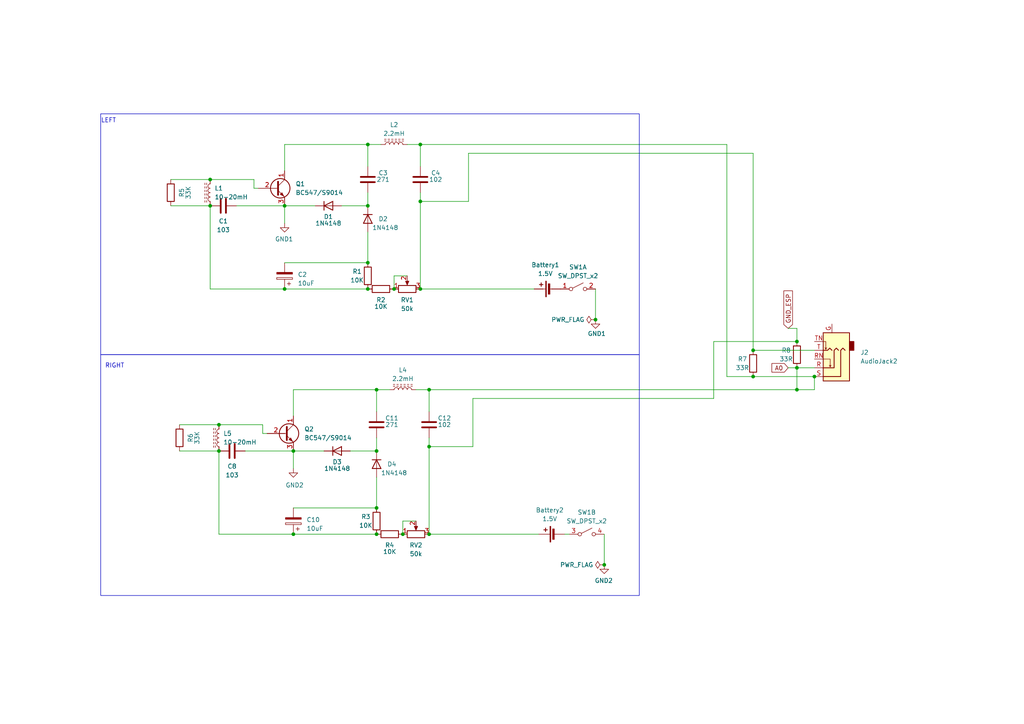
<source format=kicad_sch>
(kicad_sch
	(version 20231120)
	(generator "eeschema")
	(generator_version "8.0")
	(uuid "b6366648-9fec-4168-91d1-0e8832484c0a")
	(paper "A4")
	(lib_symbols
		(symbol "Connector:USB_C_Receptacle_PowerOnly_6P"
			(pin_names
				(offset 1.016)
			)
			(exclude_from_sim no)
			(in_bom yes)
			(on_board yes)
			(property "Reference" "J"
				(at 0 16.51 0)
				(effects
					(font
						(size 1.27 1.27)
					)
					(justify bottom)
				)
			)
			(property "Value" "USB_C_Receptacle_PowerOnly_6P"
				(at 0 13.97 0)
				(effects
					(font
						(size 1.27 1.27)
					)
					(justify bottom)
				)
			)
			(property "Footprint" ""
				(at 3.81 2.54 0)
				(effects
					(font
						(size 1.27 1.27)
					)
					(hide yes)
				)
			)
			(property "Datasheet" "https://www.usb.org/sites/default/files/documents/usb_type-c.zip"
				(at 0 0 0)
				(effects
					(font
						(size 1.27 1.27)
					)
					(hide yes)
				)
			)
			(property "Description" "USB Power-Only 6P Type-C Receptacle connector"
				(at 0 0 0)
				(effects
					(font
						(size 1.27 1.27)
					)
					(hide yes)
				)
			)
			(property "ki_keywords" "usb universal serial bus type-C power-only charging-only 6P 6C"
				(at 0 0 0)
				(effects
					(font
						(size 1.27 1.27)
					)
					(hide yes)
				)
			)
			(property "ki_fp_filters" "USB*C*Receptacle*"
				(at 0 0 0)
				(effects
					(font
						(size 1.27 1.27)
					)
					(hide yes)
				)
			)
			(symbol "USB_C_Receptacle_PowerOnly_6P_0_0"
				(rectangle
					(start -0.254 -12.7)
					(end 0.254 -11.684)
					(stroke
						(width 0)
						(type default)
					)
					(fill
						(type none)
					)
				)
				(rectangle
					(start 10.16 -7.366)
					(end 9.144 -7.874)
					(stroke
						(width 0)
						(type default)
					)
					(fill
						(type none)
					)
				)
				(rectangle
					(start 10.16 -4.826)
					(end 9.144 -5.334)
					(stroke
						(width 0)
						(type default)
					)
					(fill
						(type none)
					)
				)
				(rectangle
					(start 10.16 7.874)
					(end 9.144 7.366)
					(stroke
						(width 0)
						(type default)
					)
					(fill
						(type none)
					)
				)
			)
			(symbol "USB_C_Receptacle_PowerOnly_6P_0_1"
				(rectangle
					(start -10.16 12.7)
					(end 10.16 -12.7)
					(stroke
						(width 0.254)
						(type default)
					)
					(fill
						(type background)
					)
				)
				(arc
					(start -8.89 -1.27)
					(mid -6.985 -3.1667)
					(end -5.08 -1.27)
					(stroke
						(width 0.508)
						(type default)
					)
					(fill
						(type none)
					)
				)
				(arc
					(start -7.62 -1.27)
					(mid -6.985 -1.9023)
					(end -6.35 -1.27)
					(stroke
						(width 0.254)
						(type default)
					)
					(fill
						(type none)
					)
				)
				(arc
					(start -7.62 -1.27)
					(mid -6.985 -1.9023)
					(end -6.35 -1.27)
					(stroke
						(width 0.254)
						(type default)
					)
					(fill
						(type outline)
					)
				)
				(rectangle
					(start -7.62 -1.27)
					(end -6.35 6.35)
					(stroke
						(width 0.254)
						(type default)
					)
					(fill
						(type outline)
					)
				)
				(arc
					(start -6.35 6.35)
					(mid -6.985 6.9823)
					(end -7.62 6.35)
					(stroke
						(width 0.254)
						(type default)
					)
					(fill
						(type none)
					)
				)
				(arc
					(start -6.35 6.35)
					(mid -6.985 6.9823)
					(end -7.62 6.35)
					(stroke
						(width 0.254)
						(type default)
					)
					(fill
						(type outline)
					)
				)
				(arc
					(start -5.08 6.35)
					(mid -6.985 8.2467)
					(end -8.89 6.35)
					(stroke
						(width 0.508)
						(type default)
					)
					(fill
						(type none)
					)
				)
				(circle
					(center -2.54 3.683)
					(radius 0.635)
					(stroke
						(width 0.254)
						(type default)
					)
					(fill
						(type outline)
					)
				)
				(circle
					(center 0 -3.302)
					(radius 1.27)
					(stroke
						(width 0)
						(type default)
					)
					(fill
						(type outline)
					)
				)
				(polyline
					(pts
						(xy -8.89 -1.27) (xy -8.89 6.35)
					)
					(stroke
						(width 0.508)
						(type default)
					)
					(fill
						(type none)
					)
				)
				(polyline
					(pts
						(xy -5.08 6.35) (xy -5.08 -1.27)
					)
					(stroke
						(width 0.508)
						(type default)
					)
					(fill
						(type none)
					)
				)
				(polyline
					(pts
						(xy 0 -3.302) (xy 0 6.858)
					)
					(stroke
						(width 0.508)
						(type default)
					)
					(fill
						(type none)
					)
				)
				(polyline
					(pts
						(xy 0 -0.762) (xy -2.54 1.778) (xy -2.54 3.048)
					)
					(stroke
						(width 0.508)
						(type default)
					)
					(fill
						(type none)
					)
				)
				(polyline
					(pts
						(xy 0 0.508) (xy 2.54 3.048) (xy 2.54 4.318)
					)
					(stroke
						(width 0.508)
						(type default)
					)
					(fill
						(type none)
					)
				)
				(polyline
					(pts
						(xy -1.27 6.858) (xy 0 9.398) (xy 1.27 6.858) (xy -1.27 6.858)
					)
					(stroke
						(width 0.254)
						(type default)
					)
					(fill
						(type outline)
					)
				)
				(rectangle
					(start 1.905 4.318)
					(end 3.175 5.588)
					(stroke
						(width 0.254)
						(type default)
					)
					(fill
						(type outline)
					)
				)
			)
			(symbol "USB_C_Receptacle_PowerOnly_6P_1_1"
				(pin passive line
					(at 0 -17.78 90)
					(length 5.08)
					(name "GND"
						(effects
							(font
								(size 1.27 1.27)
							)
						)
					)
					(number "A12"
						(effects
							(font
								(size 1.27 1.27)
							)
						)
					)
				)
				(pin bidirectional line
					(at 15.24 -5.08 180)
					(length 5.08)
					(name "CC1"
						(effects
							(font
								(size 1.27 1.27)
							)
						)
					)
					(number "A5"
						(effects
							(font
								(size 1.27 1.27)
							)
						)
					)
				)
				(pin passive line
					(at 15.24 7.62 180)
					(length 5.08)
					(name "VBUS"
						(effects
							(font
								(size 1.27 1.27)
							)
						)
					)
					(number "A9"
						(effects
							(font
								(size 1.27 1.27)
							)
						)
					)
				)
				(pin passive line
					(at 0 -17.78 90)
					(length 5.08) hide
					(name "GND"
						(effects
							(font
								(size 1.27 1.27)
							)
						)
					)
					(number "B12"
						(effects
							(font
								(size 1.27 1.27)
							)
						)
					)
				)
				(pin bidirectional line
					(at 15.24 -7.62 180)
					(length 5.08)
					(name "CC2"
						(effects
							(font
								(size 1.27 1.27)
							)
						)
					)
					(number "B5"
						(effects
							(font
								(size 1.27 1.27)
							)
						)
					)
				)
				(pin passive line
					(at 15.24 7.62 180)
					(length 5.08) hide
					(name "VBUS"
						(effects
							(font
								(size 1.27 1.27)
							)
						)
					)
					(number "B9"
						(effects
							(font
								(size 1.27 1.27)
							)
						)
					)
				)
				(pin passive line
					(at -7.62 -17.78 90)
					(length 5.08)
					(name "SHIELD"
						(effects
							(font
								(size 1.27 1.27)
							)
						)
					)
					(number "S1"
						(effects
							(font
								(size 1.27 1.27)
							)
						)
					)
				)
			)
		)
		(symbol "Connector_Audio:AudioJack3_Ground_SwitchTR"
			(exclude_from_sim no)
			(in_bom yes)
			(on_board yes)
			(property "Reference" "J"
				(at 0 8.89 0)
				(effects
					(font
						(size 1.27 1.27)
					)
				)
			)
			(property "Value" "AudioJack3_Ground_SwitchTR"
				(at 0 6.35 0)
				(effects
					(font
						(size 1.27 1.27)
					)
				)
			)
			(property "Footprint" ""
				(at 0 0 0)
				(effects
					(font
						(size 1.27 1.27)
					)
					(hide yes)
				)
			)
			(property "Datasheet" "~"
				(at 0 0 0)
				(effects
					(font
						(size 1.27 1.27)
					)
					(hide yes)
				)
			)
			(property "Description" "Audio Jack, 3 Poles (Stereo / TRS), Grounded Sleeve, Switched TR Poles (Normalling)"
				(at 0 0 0)
				(effects
					(font
						(size 1.27 1.27)
					)
					(hide yes)
				)
			)
			(property "ki_keywords" "audio jack receptacle stereo headphones phones TRS connector"
				(at 0 0 0)
				(effects
					(font
						(size 1.27 1.27)
					)
					(hide yes)
				)
			)
			(property "ki_fp_filters" "Jack*"
				(at 0 0 0)
				(effects
					(font
						(size 1.27 1.27)
					)
					(hide yes)
				)
			)
			(symbol "AudioJack3_Ground_SwitchTR_0_1"
				(rectangle
					(start -5.08 -5.08)
					(end -6.35 -7.62)
					(stroke
						(width 0.254)
						(type default)
					)
					(fill
						(type outline)
					)
				)
				(polyline
					(pts
						(xy 0.508 -0.254) (xy 0.762 -0.762)
					)
					(stroke
						(width 0)
						(type default)
					)
					(fill
						(type none)
					)
				)
				(polyline
					(pts
						(xy 1.778 -5.334) (xy 2.032 -5.842)
					)
					(stroke
						(width 0)
						(type default)
					)
					(fill
						(type none)
					)
				)
				(polyline
					(pts
						(xy 0 -5.08) (xy 0.635 -5.715) (xy 1.27 -5.08) (xy 2.54 -5.08)
					)
					(stroke
						(width 0.254)
						(type default)
					)
					(fill
						(type none)
					)
				)
				(polyline
					(pts
						(xy 2.54 -7.62) (xy 1.778 -7.62) (xy 1.778 -5.334) (xy 1.524 -5.842)
					)
					(stroke
						(width 0)
						(type default)
					)
					(fill
						(type none)
					)
				)
				(polyline
					(pts
						(xy 2.54 -2.54) (xy 0.508 -2.54) (xy 0.508 -0.254) (xy 0.254 -0.762)
					)
					(stroke
						(width 0)
						(type default)
					)
					(fill
						(type none)
					)
				)
				(polyline
					(pts
						(xy -1.905 -5.08) (xy -1.27 -5.715) (xy -0.635 -5.08) (xy -0.635 0) (xy 2.54 0)
					)
					(stroke
						(width 0.254)
						(type default)
					)
					(fill
						(type none)
					)
				)
				(polyline
					(pts
						(xy 2.54 2.54) (xy -2.54 2.54) (xy -2.54 -5.08) (xy -3.175 -5.715) (xy -3.81 -5.08)
					)
					(stroke
						(width 0.254)
						(type default)
					)
					(fill
						(type none)
					)
				)
				(rectangle
					(start 2.54 3.81)
					(end -5.08 -10.16)
					(stroke
						(width 0.254)
						(type default)
					)
					(fill
						(type background)
					)
				)
			)
			(symbol "AudioJack3_Ground_SwitchTR_1_1"
				(pin passive line
					(at 0 -12.7 90)
					(length 2.54)
					(name "~"
						(effects
							(font
								(size 1.27 1.27)
							)
						)
					)
					(number "G"
						(effects
							(font
								(size 1.27 1.27)
							)
						)
					)
				)
				(pin passive line
					(at 5.08 0 180)
					(length 2.54)
					(name "~"
						(effects
							(font
								(size 1.27 1.27)
							)
						)
					)
					(number "R"
						(effects
							(font
								(size 1.27 1.27)
							)
						)
					)
				)
				(pin passive line
					(at 5.08 -2.54 180)
					(length 2.54)
					(name "~"
						(effects
							(font
								(size 1.27 1.27)
							)
						)
					)
					(number "RN"
						(effects
							(font
								(size 1.27 1.27)
							)
						)
					)
				)
				(pin passive line
					(at 5.08 2.54 180)
					(length 2.54)
					(name "~"
						(effects
							(font
								(size 1.27 1.27)
							)
						)
					)
					(number "S"
						(effects
							(font
								(size 1.27 1.27)
							)
						)
					)
				)
				(pin passive line
					(at 5.08 -5.08 180)
					(length 2.54)
					(name "~"
						(effects
							(font
								(size 1.27 1.27)
							)
						)
					)
					(number "T"
						(effects
							(font
								(size 1.27 1.27)
							)
						)
					)
				)
				(pin passive line
					(at 5.08 -7.62 180)
					(length 2.54)
					(name "~"
						(effects
							(font
								(size 1.27 1.27)
							)
						)
					)
					(number "TN"
						(effects
							(font
								(size 1.27 1.27)
							)
						)
					)
				)
			)
		)
		(symbol "Device:Battery_Cell"
			(pin_numbers hide)
			(pin_names
				(offset 0) hide)
			(exclude_from_sim no)
			(in_bom yes)
			(on_board yes)
			(property "Reference" "BT"
				(at 2.54 2.54 0)
				(effects
					(font
						(size 1.27 1.27)
					)
					(justify left)
				)
			)
			(property "Value" "Battery_Cell"
				(at 2.54 0 0)
				(effects
					(font
						(size 1.27 1.27)
					)
					(justify left)
				)
			)
			(property "Footprint" ""
				(at 0 1.524 90)
				(effects
					(font
						(size 1.27 1.27)
					)
					(hide yes)
				)
			)
			(property "Datasheet" "~"
				(at 0 1.524 90)
				(effects
					(font
						(size 1.27 1.27)
					)
					(hide yes)
				)
			)
			(property "Description" "Single-cell battery"
				(at 0 0 0)
				(effects
					(font
						(size 1.27 1.27)
					)
					(hide yes)
				)
			)
			(property "ki_keywords" "battery cell"
				(at 0 0 0)
				(effects
					(font
						(size 1.27 1.27)
					)
					(hide yes)
				)
			)
			(symbol "Battery_Cell_0_1"
				(rectangle
					(start -2.286 1.778)
					(end 2.286 1.524)
					(stroke
						(width 0)
						(type default)
					)
					(fill
						(type outline)
					)
				)
				(rectangle
					(start -1.524 1.016)
					(end 1.524 0.508)
					(stroke
						(width 0)
						(type default)
					)
					(fill
						(type outline)
					)
				)
				(polyline
					(pts
						(xy 0 0.762) (xy 0 0)
					)
					(stroke
						(width 0)
						(type default)
					)
					(fill
						(type none)
					)
				)
				(polyline
					(pts
						(xy 0 1.778) (xy 0 2.54)
					)
					(stroke
						(width 0)
						(type default)
					)
					(fill
						(type none)
					)
				)
				(polyline
					(pts
						(xy 0.762 3.048) (xy 1.778 3.048)
					)
					(stroke
						(width 0.254)
						(type default)
					)
					(fill
						(type none)
					)
				)
				(polyline
					(pts
						(xy 1.27 3.556) (xy 1.27 2.54)
					)
					(stroke
						(width 0.254)
						(type default)
					)
					(fill
						(type none)
					)
				)
			)
			(symbol "Battery_Cell_1_1"
				(pin passive line
					(at 0 5.08 270)
					(length 2.54)
					(name "+"
						(effects
							(font
								(size 1.27 1.27)
							)
						)
					)
					(number "1"
						(effects
							(font
								(size 1.27 1.27)
							)
						)
					)
				)
				(pin passive line
					(at 0 -2.54 90)
					(length 2.54)
					(name "-"
						(effects
							(font
								(size 1.27 1.27)
							)
						)
					)
					(number "2"
						(effects
							(font
								(size 1.27 1.27)
							)
						)
					)
				)
			)
		)
		(symbol "Device:C"
			(pin_numbers hide)
			(pin_names
				(offset 0.254)
			)
			(exclude_from_sim no)
			(in_bom yes)
			(on_board yes)
			(property "Reference" "C"
				(at 0.635 2.54 0)
				(effects
					(font
						(size 1.27 1.27)
					)
					(justify left)
				)
			)
			(property "Value" "C"
				(at 0.635 -2.54 0)
				(effects
					(font
						(size 1.27 1.27)
					)
					(justify left)
				)
			)
			(property "Footprint" ""
				(at 0.9652 -3.81 0)
				(effects
					(font
						(size 1.27 1.27)
					)
					(hide yes)
				)
			)
			(property "Datasheet" "~"
				(at 0 0 0)
				(effects
					(font
						(size 1.27 1.27)
					)
					(hide yes)
				)
			)
			(property "Description" "Unpolarized capacitor"
				(at 0 0 0)
				(effects
					(font
						(size 1.27 1.27)
					)
					(hide yes)
				)
			)
			(property "ki_keywords" "cap capacitor"
				(at 0 0 0)
				(effects
					(font
						(size 1.27 1.27)
					)
					(hide yes)
				)
			)
			(property "ki_fp_filters" "C_*"
				(at 0 0 0)
				(effects
					(font
						(size 1.27 1.27)
					)
					(hide yes)
				)
			)
			(symbol "C_0_1"
				(polyline
					(pts
						(xy -2.032 -0.762) (xy 2.032 -0.762)
					)
					(stroke
						(width 0.508)
						(type default)
					)
					(fill
						(type none)
					)
				)
				(polyline
					(pts
						(xy -2.032 0.762) (xy 2.032 0.762)
					)
					(stroke
						(width 0.508)
						(type default)
					)
					(fill
						(type none)
					)
				)
			)
			(symbol "C_1_1"
				(pin passive line
					(at 0 3.81 270)
					(length 2.794)
					(name "~"
						(effects
							(font
								(size 1.27 1.27)
							)
						)
					)
					(number "1"
						(effects
							(font
								(size 1.27 1.27)
							)
						)
					)
				)
				(pin passive line
					(at 0 -3.81 90)
					(length 2.794)
					(name "~"
						(effects
							(font
								(size 1.27 1.27)
							)
						)
					)
					(number "2"
						(effects
							(font
								(size 1.27 1.27)
							)
						)
					)
				)
			)
		)
		(symbol "Device:C_Polarized"
			(pin_numbers hide)
			(pin_names
				(offset 0.254)
			)
			(exclude_from_sim no)
			(in_bom yes)
			(on_board yes)
			(property "Reference" "C"
				(at 0.635 2.54 0)
				(effects
					(font
						(size 1.27 1.27)
					)
					(justify left)
				)
			)
			(property "Value" "C_Polarized"
				(at 0.635 -2.54 0)
				(effects
					(font
						(size 1.27 1.27)
					)
					(justify left)
				)
			)
			(property "Footprint" ""
				(at 0.9652 -3.81 0)
				(effects
					(font
						(size 1.27 1.27)
					)
					(hide yes)
				)
			)
			(property "Datasheet" "~"
				(at 0 0 0)
				(effects
					(font
						(size 1.27 1.27)
					)
					(hide yes)
				)
			)
			(property "Description" "Polarized capacitor"
				(at 0 0 0)
				(effects
					(font
						(size 1.27 1.27)
					)
					(hide yes)
				)
			)
			(property "ki_keywords" "cap capacitor"
				(at 0 0 0)
				(effects
					(font
						(size 1.27 1.27)
					)
					(hide yes)
				)
			)
			(property "ki_fp_filters" "CP_*"
				(at 0 0 0)
				(effects
					(font
						(size 1.27 1.27)
					)
					(hide yes)
				)
			)
			(symbol "C_Polarized_0_1"
				(rectangle
					(start -2.286 0.508)
					(end 2.286 1.016)
					(stroke
						(width 0)
						(type default)
					)
					(fill
						(type none)
					)
				)
				(polyline
					(pts
						(xy -1.778 2.286) (xy -0.762 2.286)
					)
					(stroke
						(width 0)
						(type default)
					)
					(fill
						(type none)
					)
				)
				(polyline
					(pts
						(xy -1.27 2.794) (xy -1.27 1.778)
					)
					(stroke
						(width 0)
						(type default)
					)
					(fill
						(type none)
					)
				)
				(rectangle
					(start 2.286 -0.508)
					(end -2.286 -1.016)
					(stroke
						(width 0)
						(type default)
					)
					(fill
						(type outline)
					)
				)
			)
			(symbol "C_Polarized_1_1"
				(pin passive line
					(at 0 3.81 270)
					(length 2.794)
					(name "~"
						(effects
							(font
								(size 1.27 1.27)
							)
						)
					)
					(number "1"
						(effects
							(font
								(size 1.27 1.27)
							)
						)
					)
				)
				(pin passive line
					(at 0 -3.81 90)
					(length 2.794)
					(name "~"
						(effects
							(font
								(size 1.27 1.27)
							)
						)
					)
					(number "2"
						(effects
							(font
								(size 1.27 1.27)
							)
						)
					)
				)
			)
		)
		(symbol "Device:LED"
			(pin_numbers hide)
			(pin_names
				(offset 1.016) hide)
			(exclude_from_sim no)
			(in_bom yes)
			(on_board yes)
			(property "Reference" "D"
				(at 0 2.54 0)
				(effects
					(font
						(size 1.27 1.27)
					)
				)
			)
			(property "Value" "LED"
				(at 0 -2.54 0)
				(effects
					(font
						(size 1.27 1.27)
					)
				)
			)
			(property "Footprint" ""
				(at 0 0 0)
				(effects
					(font
						(size 1.27 1.27)
					)
					(hide yes)
				)
			)
			(property "Datasheet" "~"
				(at 0 0 0)
				(effects
					(font
						(size 1.27 1.27)
					)
					(hide yes)
				)
			)
			(property "Description" "Light emitting diode"
				(at 0 0 0)
				(effects
					(font
						(size 1.27 1.27)
					)
					(hide yes)
				)
			)
			(property "ki_keywords" "LED diode"
				(at 0 0 0)
				(effects
					(font
						(size 1.27 1.27)
					)
					(hide yes)
				)
			)
			(property "ki_fp_filters" "LED* LED_SMD:* LED_THT:*"
				(at 0 0 0)
				(effects
					(font
						(size 1.27 1.27)
					)
					(hide yes)
				)
			)
			(symbol "LED_0_1"
				(polyline
					(pts
						(xy -1.27 -1.27) (xy -1.27 1.27)
					)
					(stroke
						(width 0.254)
						(type default)
					)
					(fill
						(type none)
					)
				)
				(polyline
					(pts
						(xy -1.27 0) (xy 1.27 0)
					)
					(stroke
						(width 0)
						(type default)
					)
					(fill
						(type none)
					)
				)
				(polyline
					(pts
						(xy 1.27 -1.27) (xy 1.27 1.27) (xy -1.27 0) (xy 1.27 -1.27)
					)
					(stroke
						(width 0.254)
						(type default)
					)
					(fill
						(type none)
					)
				)
				(polyline
					(pts
						(xy -3.048 -0.762) (xy -4.572 -2.286) (xy -3.81 -2.286) (xy -4.572 -2.286) (xy -4.572 -1.524)
					)
					(stroke
						(width 0)
						(type default)
					)
					(fill
						(type none)
					)
				)
				(polyline
					(pts
						(xy -1.778 -0.762) (xy -3.302 -2.286) (xy -2.54 -2.286) (xy -3.302 -2.286) (xy -3.302 -1.524)
					)
					(stroke
						(width 0)
						(type default)
					)
					(fill
						(type none)
					)
				)
			)
			(symbol "LED_1_1"
				(pin passive line
					(at -3.81 0 0)
					(length 2.54)
					(name "K"
						(effects
							(font
								(size 1.27 1.27)
							)
						)
					)
					(number "1"
						(effects
							(font
								(size 1.27 1.27)
							)
						)
					)
				)
				(pin passive line
					(at 3.81 0 180)
					(length 2.54)
					(name "A"
						(effects
							(font
								(size 1.27 1.27)
							)
						)
					)
					(number "2"
						(effects
							(font
								(size 1.27 1.27)
							)
						)
					)
				)
			)
		)
		(symbol "Device:L_Ferrite"
			(pin_numbers hide)
			(pin_names
				(offset 1.016) hide)
			(exclude_from_sim no)
			(in_bom yes)
			(on_board yes)
			(property "Reference" "L"
				(at -1.27 0 90)
				(effects
					(font
						(size 1.27 1.27)
					)
				)
			)
			(property "Value" "L_Ferrite"
				(at 2.794 0 90)
				(effects
					(font
						(size 1.27 1.27)
					)
				)
			)
			(property "Footprint" ""
				(at 0 0 0)
				(effects
					(font
						(size 1.27 1.27)
					)
					(hide yes)
				)
			)
			(property "Datasheet" "~"
				(at 0 0 0)
				(effects
					(font
						(size 1.27 1.27)
					)
					(hide yes)
				)
			)
			(property "Description" "Inductor with ferrite core"
				(at 0 0 0)
				(effects
					(font
						(size 1.27 1.27)
					)
					(hide yes)
				)
			)
			(property "ki_keywords" "inductor choke coil reactor magnetic"
				(at 0 0 0)
				(effects
					(font
						(size 1.27 1.27)
					)
					(hide yes)
				)
			)
			(property "ki_fp_filters" "Choke_* *Coil* Inductor_* L_*"
				(at 0 0 0)
				(effects
					(font
						(size 1.27 1.27)
					)
					(hide yes)
				)
			)
			(symbol "L_Ferrite_0_1"
				(arc
					(start 0 -2.54)
					(mid 0.6323 -1.905)
					(end 0 -1.27)
					(stroke
						(width 0)
						(type default)
					)
					(fill
						(type none)
					)
				)
				(arc
					(start 0 -1.27)
					(mid 0.6323 -0.635)
					(end 0 0)
					(stroke
						(width 0)
						(type default)
					)
					(fill
						(type none)
					)
				)
				(polyline
					(pts
						(xy 1.016 -2.794) (xy 1.016 -2.286)
					)
					(stroke
						(width 0)
						(type default)
					)
					(fill
						(type none)
					)
				)
				(polyline
					(pts
						(xy 1.016 -1.778) (xy 1.016 -1.27)
					)
					(stroke
						(width 0)
						(type default)
					)
					(fill
						(type none)
					)
				)
				(polyline
					(pts
						(xy 1.016 -0.762) (xy 1.016 -0.254)
					)
					(stroke
						(width 0)
						(type default)
					)
					(fill
						(type none)
					)
				)
				(polyline
					(pts
						(xy 1.016 0.254) (xy 1.016 0.762)
					)
					(stroke
						(width 0)
						(type default)
					)
					(fill
						(type none)
					)
				)
				(polyline
					(pts
						(xy 1.016 1.27) (xy 1.016 1.778)
					)
					(stroke
						(width 0)
						(type default)
					)
					(fill
						(type none)
					)
				)
				(polyline
					(pts
						(xy 1.016 2.286) (xy 1.016 2.794)
					)
					(stroke
						(width 0)
						(type default)
					)
					(fill
						(type none)
					)
				)
				(polyline
					(pts
						(xy 1.524 -2.286) (xy 1.524 -2.794)
					)
					(stroke
						(width 0)
						(type default)
					)
					(fill
						(type none)
					)
				)
				(polyline
					(pts
						(xy 1.524 -1.27) (xy 1.524 -1.778)
					)
					(stroke
						(width 0)
						(type default)
					)
					(fill
						(type none)
					)
				)
				(polyline
					(pts
						(xy 1.524 -0.254) (xy 1.524 -0.762)
					)
					(stroke
						(width 0)
						(type default)
					)
					(fill
						(type none)
					)
				)
				(polyline
					(pts
						(xy 1.524 0.762) (xy 1.524 0.254)
					)
					(stroke
						(width 0)
						(type default)
					)
					(fill
						(type none)
					)
				)
				(polyline
					(pts
						(xy 1.524 1.778) (xy 1.524 1.27)
					)
					(stroke
						(width 0)
						(type default)
					)
					(fill
						(type none)
					)
				)
				(polyline
					(pts
						(xy 1.524 2.794) (xy 1.524 2.286)
					)
					(stroke
						(width 0)
						(type default)
					)
					(fill
						(type none)
					)
				)
				(arc
					(start 0 0)
					(mid 0.6323 0.635)
					(end 0 1.27)
					(stroke
						(width 0)
						(type default)
					)
					(fill
						(type none)
					)
				)
				(arc
					(start 0 1.27)
					(mid 0.6323 1.905)
					(end 0 2.54)
					(stroke
						(width 0)
						(type default)
					)
					(fill
						(type none)
					)
				)
			)
			(symbol "L_Ferrite_1_1"
				(pin passive line
					(at 0 3.81 270)
					(length 1.27)
					(name "1"
						(effects
							(font
								(size 1.27 1.27)
							)
						)
					)
					(number "1"
						(effects
							(font
								(size 1.27 1.27)
							)
						)
					)
				)
				(pin passive line
					(at 0 -3.81 90)
					(length 1.27)
					(name "2"
						(effects
							(font
								(size 1.27 1.27)
							)
						)
					)
					(number "2"
						(effects
							(font
								(size 1.27 1.27)
							)
						)
					)
				)
			)
		)
		(symbol "Device:R"
			(pin_numbers hide)
			(pin_names
				(offset 0)
			)
			(exclude_from_sim no)
			(in_bom yes)
			(on_board yes)
			(property "Reference" "R"
				(at 2.032 0 90)
				(effects
					(font
						(size 1.27 1.27)
					)
				)
			)
			(property "Value" "R"
				(at 0 0 90)
				(effects
					(font
						(size 1.27 1.27)
					)
				)
			)
			(property "Footprint" ""
				(at -1.778 0 90)
				(effects
					(font
						(size 1.27 1.27)
					)
					(hide yes)
				)
			)
			(property "Datasheet" "~"
				(at 0 0 0)
				(effects
					(font
						(size 1.27 1.27)
					)
					(hide yes)
				)
			)
			(property "Description" "Resistor"
				(at 0 0 0)
				(effects
					(font
						(size 1.27 1.27)
					)
					(hide yes)
				)
			)
			(property "ki_keywords" "R res resistor"
				(at 0 0 0)
				(effects
					(font
						(size 1.27 1.27)
					)
					(hide yes)
				)
			)
			(property "ki_fp_filters" "R_*"
				(at 0 0 0)
				(effects
					(font
						(size 1.27 1.27)
					)
					(hide yes)
				)
			)
			(symbol "R_0_1"
				(rectangle
					(start -1.016 -2.54)
					(end 1.016 2.54)
					(stroke
						(width 0.254)
						(type default)
					)
					(fill
						(type none)
					)
				)
			)
			(symbol "R_1_1"
				(pin passive line
					(at 0 3.81 270)
					(length 1.27)
					(name "~"
						(effects
							(font
								(size 1.27 1.27)
							)
						)
					)
					(number "1"
						(effects
							(font
								(size 1.27 1.27)
							)
						)
					)
				)
				(pin passive line
					(at 0 -3.81 90)
					(length 1.27)
					(name "~"
						(effects
							(font
								(size 1.27 1.27)
							)
						)
					)
					(number "2"
						(effects
							(font
								(size 1.27 1.27)
							)
						)
					)
				)
			)
		)
		(symbol "Device:R_Potentiometer"
			(pin_names
				(offset 1.016) hide)
			(exclude_from_sim no)
			(in_bom yes)
			(on_board yes)
			(property "Reference" "RV"
				(at -4.445 0 90)
				(effects
					(font
						(size 1.27 1.27)
					)
				)
			)
			(property "Value" "R_Potentiometer"
				(at -2.54 0 90)
				(effects
					(font
						(size 1.27 1.27)
					)
				)
			)
			(property "Footprint" ""
				(at 0 0 0)
				(effects
					(font
						(size 1.27 1.27)
					)
					(hide yes)
				)
			)
			(property "Datasheet" "~"
				(at 0 0 0)
				(effects
					(font
						(size 1.27 1.27)
					)
					(hide yes)
				)
			)
			(property "Description" "Potentiometer"
				(at 0 0 0)
				(effects
					(font
						(size 1.27 1.27)
					)
					(hide yes)
				)
			)
			(property "ki_keywords" "resistor variable"
				(at 0 0 0)
				(effects
					(font
						(size 1.27 1.27)
					)
					(hide yes)
				)
			)
			(property "ki_fp_filters" "Potentiometer*"
				(at 0 0 0)
				(effects
					(font
						(size 1.27 1.27)
					)
					(hide yes)
				)
			)
			(symbol "R_Potentiometer_0_1"
				(polyline
					(pts
						(xy 2.54 0) (xy 1.524 0)
					)
					(stroke
						(width 0)
						(type default)
					)
					(fill
						(type none)
					)
				)
				(polyline
					(pts
						(xy 1.143 0) (xy 2.286 0.508) (xy 2.286 -0.508) (xy 1.143 0)
					)
					(stroke
						(width 0)
						(type default)
					)
					(fill
						(type outline)
					)
				)
				(rectangle
					(start 1.016 2.54)
					(end -1.016 -2.54)
					(stroke
						(width 0.254)
						(type default)
					)
					(fill
						(type none)
					)
				)
			)
			(symbol "R_Potentiometer_1_1"
				(pin passive line
					(at 0 3.81 270)
					(length 1.27)
					(name "1"
						(effects
							(font
								(size 1.27 1.27)
							)
						)
					)
					(number "1"
						(effects
							(font
								(size 1.27 1.27)
							)
						)
					)
				)
				(pin passive line
					(at 3.81 0 180)
					(length 1.27)
					(name "2"
						(effects
							(font
								(size 1.27 1.27)
							)
						)
					)
					(number "2"
						(effects
							(font
								(size 1.27 1.27)
							)
						)
					)
				)
				(pin passive line
					(at 0 -3.81 90)
					(length 1.27)
					(name "3"
						(effects
							(font
								(size 1.27 1.27)
							)
						)
					)
					(number "3"
						(effects
							(font
								(size 1.27 1.27)
							)
						)
					)
				)
			)
		)
		(symbol "Diode:1N4148"
			(pin_numbers hide)
			(pin_names hide)
			(exclude_from_sim no)
			(in_bom yes)
			(on_board yes)
			(property "Reference" "D"
				(at 0 2.54 0)
				(effects
					(font
						(size 1.27 1.27)
					)
				)
			)
			(property "Value" "1N4148"
				(at 0 -2.54 0)
				(effects
					(font
						(size 1.27 1.27)
					)
				)
			)
			(property "Footprint" "Diode_THT:D_DO-35_SOD27_P7.62mm_Horizontal"
				(at 0 0 0)
				(effects
					(font
						(size 1.27 1.27)
					)
					(hide yes)
				)
			)
			(property "Datasheet" "https://assets.nexperia.com/documents/data-sheet/1N4148_1N4448.pdf"
				(at 0 0 0)
				(effects
					(font
						(size 1.27 1.27)
					)
					(hide yes)
				)
			)
			(property "Description" "100V 0.15A standard switching diode, DO-35"
				(at 0 0 0)
				(effects
					(font
						(size 1.27 1.27)
					)
					(hide yes)
				)
			)
			(property "Sim.Device" "D"
				(at 0 0 0)
				(effects
					(font
						(size 1.27 1.27)
					)
					(hide yes)
				)
			)
			(property "Sim.Pins" "1=K 2=A"
				(at 0 0 0)
				(effects
					(font
						(size 1.27 1.27)
					)
					(hide yes)
				)
			)
			(property "ki_keywords" "diode"
				(at 0 0 0)
				(effects
					(font
						(size 1.27 1.27)
					)
					(hide yes)
				)
			)
			(property "ki_fp_filters" "D*DO?35*"
				(at 0 0 0)
				(effects
					(font
						(size 1.27 1.27)
					)
					(hide yes)
				)
			)
			(symbol "1N4148_0_1"
				(polyline
					(pts
						(xy -1.27 1.27) (xy -1.27 -1.27)
					)
					(stroke
						(width 0.254)
						(type default)
					)
					(fill
						(type none)
					)
				)
				(polyline
					(pts
						(xy 1.27 0) (xy -1.27 0)
					)
					(stroke
						(width 0)
						(type default)
					)
					(fill
						(type none)
					)
				)
				(polyline
					(pts
						(xy 1.27 1.27) (xy 1.27 -1.27) (xy -1.27 0) (xy 1.27 1.27)
					)
					(stroke
						(width 0.254)
						(type default)
					)
					(fill
						(type none)
					)
				)
			)
			(symbol "1N4148_1_1"
				(pin passive line
					(at -3.81 0 0)
					(length 2.54)
					(name "K"
						(effects
							(font
								(size 1.27 1.27)
							)
						)
					)
					(number "1"
						(effects
							(font
								(size 1.27 1.27)
							)
						)
					)
				)
				(pin passive line
					(at 3.81 0 180)
					(length 2.54)
					(name "A"
						(effects
							(font
								(size 1.27 1.27)
							)
						)
					)
					(number "2"
						(effects
							(font
								(size 1.27 1.27)
							)
						)
					)
				)
			)
		)
		(symbol "RF_Module:ESP-12F"
			(exclude_from_sim no)
			(in_bom yes)
			(on_board yes)
			(property "Reference" "U"
				(at -12.7 19.05 0)
				(effects
					(font
						(size 1.27 1.27)
					)
					(justify left)
				)
			)
			(property "Value" "ESP-12F"
				(at 12.7 19.05 0)
				(effects
					(font
						(size 1.27 1.27)
					)
					(justify right)
				)
			)
			(property "Footprint" "RF_Module:ESP-12E"
				(at 0 0 0)
				(effects
					(font
						(size 1.27 1.27)
					)
					(hide yes)
				)
			)
			(property "Datasheet" "http://wiki.ai-thinker.com/_media/esp8266/esp8266_series_modules_user_manual_v1.1.pdf"
				(at -8.89 2.54 0)
				(effects
					(font
						(size 1.27 1.27)
					)
					(hide yes)
				)
			)
			(property "Description" "802.11 b/g/n Wi-Fi Module"
				(at 0 0 0)
				(effects
					(font
						(size 1.27 1.27)
					)
					(hide yes)
				)
			)
			(property "ki_keywords" "802.11 Wi-Fi"
				(at 0 0 0)
				(effects
					(font
						(size 1.27 1.27)
					)
					(hide yes)
				)
			)
			(property "ki_fp_filters" "ESP?12*"
				(at 0 0 0)
				(effects
					(font
						(size 1.27 1.27)
					)
					(hide yes)
				)
			)
			(symbol "ESP-12F_0_1"
				(rectangle
					(start -12.7 17.78)
					(end 12.7 -15.24)
					(stroke
						(width 0.254)
						(type default)
					)
					(fill
						(type background)
					)
				)
			)
			(symbol "ESP-12F_1_1"
				(pin input line
					(at -15.24 15.24 0)
					(length 2.54)
					(name "~{RST}"
						(effects
							(font
								(size 1.27 1.27)
							)
						)
					)
					(number "1"
						(effects
							(font
								(size 1.27 1.27)
							)
						)
					)
				)
				(pin bidirectional line
					(at -15.24 -2.54 0)
					(length 2.54)
					(name "MISO"
						(effects
							(font
								(size 1.27 1.27)
							)
						)
					)
					(number "10"
						(effects
							(font
								(size 1.27 1.27)
							)
						)
					)
				)
				(pin bidirectional line
					(at -15.24 -5.08 0)
					(length 2.54)
					(name "GPIO9"
						(effects
							(font
								(size 1.27 1.27)
							)
						)
					)
					(number "11"
						(effects
							(font
								(size 1.27 1.27)
							)
						)
					)
				)
				(pin bidirectional line
					(at -15.24 -7.62 0)
					(length 2.54)
					(name "GPIO10"
						(effects
							(font
								(size 1.27 1.27)
							)
						)
					)
					(number "12"
						(effects
							(font
								(size 1.27 1.27)
							)
						)
					)
				)
				(pin bidirectional line
					(at -15.24 -10.16 0)
					(length 2.54)
					(name "MOSI"
						(effects
							(font
								(size 1.27 1.27)
							)
						)
					)
					(number "13"
						(effects
							(font
								(size 1.27 1.27)
							)
						)
					)
				)
				(pin bidirectional line
					(at -15.24 -12.7 0)
					(length 2.54)
					(name "SCLK"
						(effects
							(font
								(size 1.27 1.27)
							)
						)
					)
					(number "14"
						(effects
							(font
								(size 1.27 1.27)
							)
						)
					)
				)
				(pin power_in line
					(at 0 -17.78 90)
					(length 2.54)
					(name "GND"
						(effects
							(font
								(size 1.27 1.27)
							)
						)
					)
					(number "15"
						(effects
							(font
								(size 1.27 1.27)
							)
						)
					)
				)
				(pin bidirectional line
					(at 15.24 -7.62 180)
					(length 2.54)
					(name "GPIO15"
						(effects
							(font
								(size 1.27 1.27)
							)
						)
					)
					(number "16"
						(effects
							(font
								(size 1.27 1.27)
							)
						)
					)
				)
				(pin bidirectional line
					(at 15.24 10.16 180)
					(length 2.54)
					(name "GPIO2"
						(effects
							(font
								(size 1.27 1.27)
							)
						)
					)
					(number "17"
						(effects
							(font
								(size 1.27 1.27)
							)
						)
					)
				)
				(pin bidirectional line
					(at 15.24 15.24 180)
					(length 2.54)
					(name "GPIO0"
						(effects
							(font
								(size 1.27 1.27)
							)
						)
					)
					(number "18"
						(effects
							(font
								(size 1.27 1.27)
							)
						)
					)
				)
				(pin bidirectional line
					(at 15.24 5.08 180)
					(length 2.54)
					(name "GPIO4"
						(effects
							(font
								(size 1.27 1.27)
							)
						)
					)
					(number "19"
						(effects
							(font
								(size 1.27 1.27)
							)
						)
					)
				)
				(pin input line
					(at -15.24 5.08 0)
					(length 2.54)
					(name "ADC"
						(effects
							(font
								(size 1.27 1.27)
							)
						)
					)
					(number "2"
						(effects
							(font
								(size 1.27 1.27)
							)
						)
					)
				)
				(pin bidirectional line
					(at 15.24 2.54 180)
					(length 2.54)
					(name "GPIO5"
						(effects
							(font
								(size 1.27 1.27)
							)
						)
					)
					(number "20"
						(effects
							(font
								(size 1.27 1.27)
							)
						)
					)
				)
				(pin bidirectional line
					(at 15.24 7.62 180)
					(length 2.54)
					(name "GPIO3/RXD"
						(effects
							(font
								(size 1.27 1.27)
							)
						)
					)
					(number "21"
						(effects
							(font
								(size 1.27 1.27)
							)
						)
					)
				)
				(pin bidirectional line
					(at 15.24 12.7 180)
					(length 2.54)
					(name "GPIO1/TXD"
						(effects
							(font
								(size 1.27 1.27)
							)
						)
					)
					(number "22"
						(effects
							(font
								(size 1.27 1.27)
							)
						)
					)
				)
				(pin input line
					(at -15.24 10.16 0)
					(length 2.54)
					(name "EN"
						(effects
							(font
								(size 1.27 1.27)
							)
						)
					)
					(number "3"
						(effects
							(font
								(size 1.27 1.27)
							)
						)
					)
				)
				(pin bidirectional line
					(at 15.24 -10.16 180)
					(length 2.54)
					(name "GPIO16"
						(effects
							(font
								(size 1.27 1.27)
							)
						)
					)
					(number "4"
						(effects
							(font
								(size 1.27 1.27)
							)
						)
					)
				)
				(pin bidirectional line
					(at 15.24 -5.08 180)
					(length 2.54)
					(name "GPIO14"
						(effects
							(font
								(size 1.27 1.27)
							)
						)
					)
					(number "5"
						(effects
							(font
								(size 1.27 1.27)
							)
						)
					)
				)
				(pin bidirectional line
					(at 15.24 0 180)
					(length 2.54)
					(name "GPIO12"
						(effects
							(font
								(size 1.27 1.27)
							)
						)
					)
					(number "6"
						(effects
							(font
								(size 1.27 1.27)
							)
						)
					)
				)
				(pin bidirectional line
					(at 15.24 -2.54 180)
					(length 2.54)
					(name "GPIO13"
						(effects
							(font
								(size 1.27 1.27)
							)
						)
					)
					(number "7"
						(effects
							(font
								(size 1.27 1.27)
							)
						)
					)
				)
				(pin power_in line
					(at 0 20.32 270)
					(length 2.54)
					(name "VCC"
						(effects
							(font
								(size 1.27 1.27)
							)
						)
					)
					(number "8"
						(effects
							(font
								(size 1.27 1.27)
							)
						)
					)
				)
				(pin input line
					(at -15.24 0 0)
					(length 2.54)
					(name "CS0"
						(effects
							(font
								(size 1.27 1.27)
							)
						)
					)
					(number "9"
						(effects
							(font
								(size 1.27 1.27)
							)
						)
					)
				)
			)
		)
		(symbol "Regulator_Linear:LM1117MP-3.3"
			(exclude_from_sim no)
			(in_bom yes)
			(on_board yes)
			(property "Reference" "U"
				(at -3.81 3.175 0)
				(effects
					(font
						(size 1.27 1.27)
					)
				)
			)
			(property "Value" "LM1117MP-3.3"
				(at 0 3.175 0)
				(effects
					(font
						(size 1.27 1.27)
					)
					(justify left)
				)
			)
			(property "Footprint" "Package_TO_SOT_SMD:SOT-223-3_TabPin2"
				(at 0 0 0)
				(effects
					(font
						(size 1.27 1.27)
					)
					(hide yes)
				)
			)
			(property "Datasheet" "http://www.ti.com/lit/ds/symlink/lm1117.pdf"
				(at 0 0 0)
				(effects
					(font
						(size 1.27 1.27)
					)
					(hide yes)
				)
			)
			(property "Description" "800mA Low-Dropout Linear Regulator, 3.3V fixed output, SOT-223"
				(at 0 0 0)
				(effects
					(font
						(size 1.27 1.27)
					)
					(hide yes)
				)
			)
			(property "ki_keywords" "linear regulator ldo fixed positive"
				(at 0 0 0)
				(effects
					(font
						(size 1.27 1.27)
					)
					(hide yes)
				)
			)
			(property "ki_fp_filters" "SOT?223*"
				(at 0 0 0)
				(effects
					(font
						(size 1.27 1.27)
					)
					(hide yes)
				)
			)
			(symbol "LM1117MP-3.3_0_1"
				(rectangle
					(start -5.08 -5.08)
					(end 5.08 1.905)
					(stroke
						(width 0.254)
						(type default)
					)
					(fill
						(type background)
					)
				)
			)
			(symbol "LM1117MP-3.3_1_1"
				(pin power_in line
					(at 0 -7.62 90)
					(length 2.54)
					(name "GND"
						(effects
							(font
								(size 1.27 1.27)
							)
						)
					)
					(number "1"
						(effects
							(font
								(size 1.27 1.27)
							)
						)
					)
				)
				(pin power_out line
					(at 7.62 0 180)
					(length 2.54)
					(name "VO"
						(effects
							(font
								(size 1.27 1.27)
							)
						)
					)
					(number "2"
						(effects
							(font
								(size 1.27 1.27)
							)
						)
					)
				)
				(pin power_in line
					(at -7.62 0 0)
					(length 2.54)
					(name "VI"
						(effects
							(font
								(size 1.27 1.27)
							)
						)
					)
					(number "3"
						(effects
							(font
								(size 1.27 1.27)
							)
						)
					)
				)
			)
		)
		(symbol "Switch:SW_DPST_x2"
			(pin_names
				(offset 0) hide)
			(exclude_from_sim no)
			(in_bom yes)
			(on_board yes)
			(property "Reference" "SW"
				(at 0 3.175 0)
				(effects
					(font
						(size 1.27 1.27)
					)
				)
			)
			(property "Value" "SW_DPST_x2"
				(at 0 -2.54 0)
				(effects
					(font
						(size 1.27 1.27)
					)
				)
			)
			(property "Footprint" ""
				(at 0 0 0)
				(effects
					(font
						(size 1.27 1.27)
					)
					(hide yes)
				)
			)
			(property "Datasheet" "~"
				(at 0 0 0)
				(effects
					(font
						(size 1.27 1.27)
					)
					(hide yes)
				)
			)
			(property "Description" "Single Pole Single Throw (SPST) switch, separate symbol"
				(at 0 0 0)
				(effects
					(font
						(size 1.27 1.27)
					)
					(hide yes)
				)
			)
			(property "ki_keywords" "switch lever"
				(at 0 0 0)
				(effects
					(font
						(size 1.27 1.27)
					)
					(hide yes)
				)
			)
			(symbol "SW_DPST_x2_0_0"
				(circle
					(center -2.032 0)
					(radius 0.508)
					(stroke
						(width 0)
						(type default)
					)
					(fill
						(type none)
					)
				)
				(polyline
					(pts
						(xy -1.524 0.254) (xy 1.524 1.778)
					)
					(stroke
						(width 0)
						(type default)
					)
					(fill
						(type none)
					)
				)
				(circle
					(center 2.032 0)
					(radius 0.508)
					(stroke
						(width 0)
						(type default)
					)
					(fill
						(type none)
					)
				)
			)
			(symbol "SW_DPST_x2_1_1"
				(pin passive line
					(at -5.08 0 0)
					(length 2.54)
					(name "A"
						(effects
							(font
								(size 1.27 1.27)
							)
						)
					)
					(number "1"
						(effects
							(font
								(size 1.27 1.27)
							)
						)
					)
				)
				(pin passive line
					(at 5.08 0 180)
					(length 2.54)
					(name "B"
						(effects
							(font
								(size 1.27 1.27)
							)
						)
					)
					(number "2"
						(effects
							(font
								(size 1.27 1.27)
							)
						)
					)
				)
			)
			(symbol "SW_DPST_x2_2_1"
				(pin passive line
					(at -5.08 0 0)
					(length 2.54)
					(name "A"
						(effects
							(font
								(size 1.27 1.27)
							)
						)
					)
					(number "3"
						(effects
							(font
								(size 1.27 1.27)
							)
						)
					)
				)
				(pin passive line
					(at 5.08 0 180)
					(length 2.54)
					(name "B"
						(effects
							(font
								(size 1.27 1.27)
							)
						)
					)
					(number "4"
						(effects
							(font
								(size 1.27 1.27)
							)
						)
					)
				)
			)
		)
		(symbol "Transistor_BJT:BC547"
			(pin_names
				(offset 0) hide)
			(exclude_from_sim no)
			(in_bom yes)
			(on_board yes)
			(property "Reference" "Q"
				(at 5.08 1.905 0)
				(effects
					(font
						(size 1.27 1.27)
					)
					(justify left)
				)
			)
			(property "Value" "BC547"
				(at 5.08 0 0)
				(effects
					(font
						(size 1.27 1.27)
					)
					(justify left)
				)
			)
			(property "Footprint" "Package_TO_SOT_THT:TO-92_Inline"
				(at 5.08 -1.905 0)
				(effects
					(font
						(size 1.27 1.27)
						(italic yes)
					)
					(justify left)
					(hide yes)
				)
			)
			(property "Datasheet" "https://www.onsemi.com/pub/Collateral/BC550-D.pdf"
				(at 0 0 0)
				(effects
					(font
						(size 1.27 1.27)
					)
					(justify left)
					(hide yes)
				)
			)
			(property "Description" "0.1A Ic, 45V Vce, Small Signal NPN Transistor, TO-92"
				(at 0 0 0)
				(effects
					(font
						(size 1.27 1.27)
					)
					(hide yes)
				)
			)
			(property "ki_keywords" "NPN Transistor"
				(at 0 0 0)
				(effects
					(font
						(size 1.27 1.27)
					)
					(hide yes)
				)
			)
			(property "ki_fp_filters" "TO?92*"
				(at 0 0 0)
				(effects
					(font
						(size 1.27 1.27)
					)
					(hide yes)
				)
			)
			(symbol "BC547_0_1"
				(polyline
					(pts
						(xy 0 0) (xy 0.635 0)
					)
					(stroke
						(width 0)
						(type default)
					)
					(fill
						(type none)
					)
				)
				(polyline
					(pts
						(xy 0.635 0.635) (xy 2.54 2.54)
					)
					(stroke
						(width 0)
						(type default)
					)
					(fill
						(type none)
					)
				)
				(polyline
					(pts
						(xy 0.635 -0.635) (xy 2.54 -2.54) (xy 2.54 -2.54)
					)
					(stroke
						(width 0)
						(type default)
					)
					(fill
						(type none)
					)
				)
				(polyline
					(pts
						(xy 0.635 1.905) (xy 0.635 -1.905) (xy 0.635 -1.905)
					)
					(stroke
						(width 0.508)
						(type default)
					)
					(fill
						(type none)
					)
				)
				(polyline
					(pts
						(xy 1.27 -1.778) (xy 1.778 -1.27) (xy 2.286 -2.286) (xy 1.27 -1.778) (xy 1.27 -1.778)
					)
					(stroke
						(width 0)
						(type default)
					)
					(fill
						(type outline)
					)
				)
				(circle
					(center 1.27 0)
					(radius 2.8194)
					(stroke
						(width 0.254)
						(type default)
					)
					(fill
						(type none)
					)
				)
			)
			(symbol "BC547_1_1"
				(pin passive line
					(at 2.54 5.08 270)
					(length 2.54)
					(name "C"
						(effects
							(font
								(size 1.27 1.27)
							)
						)
					)
					(number "1"
						(effects
							(font
								(size 1.27 1.27)
							)
						)
					)
				)
				(pin input line
					(at -5.08 0 0)
					(length 5.08)
					(name "B"
						(effects
							(font
								(size 1.27 1.27)
							)
						)
					)
					(number "2"
						(effects
							(font
								(size 1.27 1.27)
							)
						)
					)
				)
				(pin passive line
					(at 2.54 -5.08 90)
					(length 2.54)
					(name "E"
						(effects
							(font
								(size 1.27 1.27)
							)
						)
					)
					(number "3"
						(effects
							(font
								(size 1.27 1.27)
							)
						)
					)
				)
			)
		)
		(symbol "power:GND"
			(power)
			(pin_names
				(offset 0)
			)
			(exclude_from_sim no)
			(in_bom yes)
			(on_board yes)
			(property "Reference" "#PWR"
				(at 0 -6.35 0)
				(effects
					(font
						(size 1.27 1.27)
					)
					(hide yes)
				)
			)
			(property "Value" "GND"
				(at 0 -3.81 0)
				(effects
					(font
						(size 1.27 1.27)
					)
				)
			)
			(property "Footprint" ""
				(at 0 0 0)
				(effects
					(font
						(size 1.27 1.27)
					)
					(hide yes)
				)
			)
			(property "Datasheet" ""
				(at 0 0 0)
				(effects
					(font
						(size 1.27 1.27)
					)
					(hide yes)
				)
			)
			(property "Description" "Power symbol creates a global label with name \"GND\" , ground"
				(at 0 0 0)
				(effects
					(font
						(size 1.27 1.27)
					)
					(hide yes)
				)
			)
			(property "ki_keywords" "global power"
				(at 0 0 0)
				(effects
					(font
						(size 1.27 1.27)
					)
					(hide yes)
				)
			)
			(symbol "GND_0_1"
				(polyline
					(pts
						(xy 0 0) (xy 0 -1.27) (xy 1.27 -1.27) (xy 0 -2.54) (xy -1.27 -1.27) (xy 0 -1.27)
					)
					(stroke
						(width 0)
						(type default)
					)
					(fill
						(type none)
					)
				)
			)
			(symbol "GND_1_1"
				(pin power_in line
					(at 0 0 270)
					(length 0) hide
					(name "GND"
						(effects
							(font
								(size 1.27 1.27)
							)
						)
					)
					(number "1"
						(effects
							(font
								(size 1.27 1.27)
							)
						)
					)
				)
			)
		)
		(symbol "power:PWR_FLAG"
			(power)
			(pin_numbers hide)
			(pin_names
				(offset 0) hide)
			(exclude_from_sim no)
			(in_bom yes)
			(on_board yes)
			(property "Reference" "#FLG"
				(at 0 1.905 0)
				(effects
					(font
						(size 1.27 1.27)
					)
					(hide yes)
				)
			)
			(property "Value" "PWR_FLAG"
				(at 0 3.81 0)
				(effects
					(font
						(size 1.27 1.27)
					)
				)
			)
			(property "Footprint" ""
				(at 0 0 0)
				(effects
					(font
						(size 1.27 1.27)
					)
					(hide yes)
				)
			)
			(property "Datasheet" "~"
				(at 0 0 0)
				(effects
					(font
						(size 1.27 1.27)
					)
					(hide yes)
				)
			)
			(property "Description" "Special symbol for telling ERC where power comes from"
				(at 0 0 0)
				(effects
					(font
						(size 1.27 1.27)
					)
					(hide yes)
				)
			)
			(property "ki_keywords" "flag power"
				(at 0 0 0)
				(effects
					(font
						(size 1.27 1.27)
					)
					(hide yes)
				)
			)
			(symbol "PWR_FLAG_0_0"
				(pin power_out line
					(at 0 0 90)
					(length 0)
					(name "pwr"
						(effects
							(font
								(size 1.27 1.27)
							)
						)
					)
					(number "1"
						(effects
							(font
								(size 1.27 1.27)
							)
						)
					)
				)
			)
			(symbol "PWR_FLAG_0_1"
				(polyline
					(pts
						(xy 0 0) (xy 0 1.27) (xy -1.016 1.905) (xy 0 2.54) (xy 1.016 1.905) (xy 0 1.27)
					)
					(stroke
						(width 0)
						(type default)
					)
					(fill
						(type none)
					)
				)
			)
		)
	)
	(junction
		(at 349.25 93.98)
		(diameter 0)
		(color 0 0 0 0)
		(uuid "02b80afc-12e3-4105-8522-6f61bd47db6e")
	)
	(junction
		(at 349.25 86.36)
		(diameter 0)
		(color 0 0 0 0)
		(uuid "05ad519e-311a-463c-888b-5bd2ad7b9acf")
	)
	(junction
		(at 106.68 76.2)
		(diameter 0)
		(color 0 0 0 0)
		(uuid "19b1677b-5777-4586-8c97-21cbd1554c7f")
	)
	(junction
		(at 106.68 41.91)
		(diameter 0)
		(color 0 0 0 0)
		(uuid "1b177b11-107b-483f-ad7a-d0c09ed367d7")
	)
	(junction
		(at 372.11 54.61)
		(diameter 0)
		(color 0 0 0 0)
		(uuid "2300d90f-d9ca-4022-8abb-df8594d05458")
	)
	(junction
		(at 311.15 68.58)
		(diameter 0)
		(color 0 0 0 0)
		(uuid "3007ce93-5c59-4c6f-8cb2-6c3b97851c46")
	)
	(junction
		(at 218.44 109.22)
		(diameter 0)
		(color 0 0 0 0)
		(uuid "385e3855-5392-45e3-b540-d219dfc00bc4")
	)
	(junction
		(at 231.14 99.06)
		(diameter 0)
		(color 0 0 0 0)
		(uuid "3afc5f54-a26f-42d2-9294-c025cb62a794")
	)
	(junction
		(at 109.22 113.03)
		(diameter 0)
		(color 0 0 0 0)
		(uuid "439be128-213d-4f2d-a455-dc639831cc9d")
	)
	(junction
		(at 116.84 154.94)
		(diameter 0)
		(color 0 0 0 0)
		(uuid "4e32b08a-dde6-4c5b-8034-c29a132bfa6e")
	)
	(junction
		(at 231.14 106.68)
		(diameter 0)
		(color 0 0 0 0)
		(uuid "4fe927ea-e477-49ab-a055-275f879e1b4c")
	)
	(junction
		(at 172.72 92.71)
		(diameter 0)
		(color 0 0 0 0)
		(uuid "5f2c1f32-d11c-45d4-98be-1dfe32ed7090")
	)
	(junction
		(at 231.14 113.03)
		(diameter 0)
		(color 0 0 0 0)
		(uuid "6420b8c0-55be-4fa2-8c97-c4e091dd26f1")
	)
	(junction
		(at 106.68 83.82)
		(diameter 0)
		(color 0 0 0 0)
		(uuid "66a2fb07-38f8-4d86-86d1-35d3ddb334f9")
	)
	(junction
		(at 218.44 101.6)
		(diameter 0)
		(color 0 0 0 0)
		(uuid "6cb2cc6f-f7c9-4d95-be95-6b602f22bb1c")
	)
	(junction
		(at 85.09 154.94)
		(diameter 0)
		(color 0 0 0 0)
		(uuid "6d853143-36ab-482f-97cc-d01c415c7c85")
	)
	(junction
		(at 60.96 52.07)
		(diameter 0)
		(color 0 0 0 0)
		(uuid "7187a20f-ad1a-407e-bdc3-acfae21e66a0")
	)
	(junction
		(at 124.46 154.94)
		(diameter 0)
		(color 0 0 0 0)
		(uuid "7524ac90-ebac-4fb9-9e34-63cd2a2f7b75")
	)
	(junction
		(at 114.3 83.82)
		(diameter 0)
		(color 0 0 0 0)
		(uuid "7c4a2791-e4e7-42ea-b7fb-8ed038fa4d36")
	)
	(junction
		(at 63.5 123.19)
		(diameter 0)
		(color 0 0 0 0)
		(uuid "8a1fc0c0-ec4c-4c77-9890-bd870f30cd31")
	)
	(junction
		(at 121.92 58.42)
		(diameter 0)
		(color 0 0 0 0)
		(uuid "8ecf0bff-ed67-49b8-9d3a-2d48a792a155")
	)
	(junction
		(at 106.68 59.69)
		(diameter 0)
		(color 0 0 0 0)
		(uuid "8fc128cb-e1b2-4c74-b22a-a988ea21abbf")
	)
	(junction
		(at 109.22 154.94)
		(diameter 0)
		(color 0 0 0 0)
		(uuid "904df321-59c4-4263-bfb9-1ea5d71581c9")
	)
	(junction
		(at 85.09 130.81)
		(diameter 0)
		(color 0 0 0 0)
		(uuid "aad77fcf-69cc-4360-be0a-2cba3cf33d5b")
	)
	(junction
		(at 372.11 83.82)
		(diameter 0)
		(color 0 0 0 0)
		(uuid "ad55b5de-ef0c-458b-a140-e9c6c1265b12")
	)
	(junction
		(at 121.92 41.91)
		(diameter 0)
		(color 0 0 0 0)
		(uuid "ae047a25-47e9-4cd8-9ef3-7b43df410dbe")
	)
	(junction
		(at 328.93 96.52)
		(diameter 0)
		(color 0 0 0 0)
		(uuid "bda33792-e03c-4814-af57-0f68a393816c")
	)
	(junction
		(at 109.22 147.32)
		(diameter 0)
		(color 0 0 0 0)
		(uuid "c377e741-9175-4c86-9e08-579ff9bb5409")
	)
	(junction
		(at 82.55 59.69)
		(diameter 0)
		(color 0 0 0 0)
		(uuid "c46970a8-79fb-4b05-ae15-487e8356e2d8")
	)
	(junction
		(at 82.55 83.82)
		(diameter 0)
		(color 0 0 0 0)
		(uuid "c70ac2d5-6ab3-429e-9037-e9f6c8c46ec1")
	)
	(junction
		(at 175.26 163.83)
		(diameter 0)
		(color 0 0 0 0)
		(uuid "cb264523-f669-4b98-992c-d30bb8b6e011")
	)
	(junction
		(at 124.46 129.54)
		(diameter 0)
		(color 0 0 0 0)
		(uuid "cbc8ee55-9440-4a31-b630-54a2526a2dea")
	)
	(junction
		(at 121.92 83.82)
		(diameter 0)
		(color 0 0 0 0)
		(uuid "d3e6f533-7175-4e46-b2e4-e864e56b5f1e")
	)
	(junction
		(at 372.11 64.77)
		(diameter 0)
		(color 0 0 0 0)
		(uuid "d4133ffa-9e82-428f-9cb2-8b6abca66b59")
	)
	(junction
		(at 60.96 59.69)
		(diameter 0)
		(color 0 0 0 0)
		(uuid "d834ba8e-12de-4a85-bf79-0a09f0b280e4")
	)
	(junction
		(at 63.5 130.81)
		(diameter 0)
		(color 0 0 0 0)
		(uuid "da6adb90-ed55-424d-b9e1-cc2cb95d8b07")
	)
	(junction
		(at 109.22 130.81)
		(diameter 0)
		(color 0 0 0 0)
		(uuid "dcdd1128-c212-4691-a883-56016c541715")
	)
	(junction
		(at 349.25 96.52)
		(diameter 0)
		(color 0 0 0 0)
		(uuid "e59a0bc7-7e97-4044-909a-42f22726c082")
	)
	(junction
		(at 124.46 113.03)
		(diameter 0)
		(color 0 0 0 0)
		(uuid "f02c2e48-c415-42bf-9918-e71a299e4a3e")
	)
	(junction
		(at 236.22 109.22)
		(diameter 0)
		(color 0 0 0 0)
		(uuid "fd580182-7380-42c9-9bc4-8e705bfcc1c0")
	)
	(wire
		(pts
			(xy 85.09 113.03) (xy 109.22 113.03)
		)
		(stroke
			(width 0)
			(type default)
		)
		(uuid "04f71257-55a5-4088-813d-2dd8d3e395ca")
	)
	(wire
		(pts
			(xy 135.89 58.42) (xy 135.89 44.45)
		)
		(stroke
			(width 0)
			(type default)
		)
		(uuid "05604798-babc-4b6f-9aaa-b3d7677ce88c")
	)
	(wire
		(pts
			(xy 353.06 73.66) (xy 353.06 44.45)
		)
		(stroke
			(width 0)
			(type default)
		)
		(uuid "0cedf92a-6b06-4b71-9aad-6ec904508203")
	)
	(wire
		(pts
			(xy 85.09 130.81) (xy 85.09 135.89)
		)
		(stroke
			(width 0)
			(type default)
		)
		(uuid "0f0f213a-ae22-4469-b75d-4fc536f5d28c")
	)
	(wire
		(pts
			(xy 124.46 129.54) (xy 137.16 129.54)
		)
		(stroke
			(width 0)
			(type default)
		)
		(uuid "12163306-8aac-4485-a555-63613a92a5f3")
	)
	(wire
		(pts
			(xy 60.96 83.82) (xy 82.55 83.82)
		)
		(stroke
			(width 0)
			(type default)
		)
		(uuid "146e2119-33c3-4676-9677-032de238e443")
	)
	(wire
		(pts
			(xy 121.92 41.91) (xy 121.92 48.26)
		)
		(stroke
			(width 0)
			(type default)
		)
		(uuid "15427fae-d7ea-4a2e-b957-60156293b4f5")
	)
	(wire
		(pts
			(xy 228.6 106.68) (xy 231.14 106.68)
		)
		(stroke
			(width 0)
			(type default)
		)
		(uuid "1730a865-8146-4904-9b61-693995d16b60")
	)
	(wire
		(pts
			(xy 231.14 99.06) (xy 231.14 95.25)
		)
		(stroke
			(width 0)
			(type default)
		)
		(uuid "17410e29-a7f3-4539-b442-efe682558839")
	)
	(wire
		(pts
			(xy 121.92 55.88) (xy 121.92 58.42)
		)
		(stroke
			(width 0)
			(type default)
		)
		(uuid "1ed37070-efad-4555-b7ee-0fb8a20ccc7f")
	)
	(wire
		(pts
			(xy 353.06 44.45) (xy 355.6 44.45)
		)
		(stroke
			(width 0)
			(type default)
		)
		(uuid "202d93a6-9c73-4e85-a1ab-619e4207c7bb")
	)
	(wire
		(pts
			(xy 52.07 130.81) (xy 63.5 130.81)
		)
		(stroke
			(width 0)
			(type default)
		)
		(uuid "22d0c560-064e-4fa7-8c13-7e04f7e740b4")
	)
	(wire
		(pts
			(xy 52.07 123.19) (xy 63.5 123.19)
		)
		(stroke
			(width 0)
			(type default)
		)
		(uuid "30f02b37-fe96-4fe5-9391-5e8ef80a5895")
	)
	(wire
		(pts
			(xy 121.92 58.42) (xy 135.89 58.42)
		)
		(stroke
			(width 0)
			(type default)
		)
		(uuid "394ff7b3-e665-48eb-aa3d-ae919fe049c7")
	)
	(wire
		(pts
			(xy 231.14 106.68) (xy 231.14 113.03)
		)
		(stroke
			(width 0)
			(type default)
		)
		(uuid "3a4940f2-c24c-420b-a0ae-bf6ca0b17d17")
	)
	(wire
		(pts
			(xy 63.5 154.94) (xy 85.09 154.94)
		)
		(stroke
			(width 0)
			(type default)
		)
		(uuid "3c984445-e648-4384-a3ce-9ba2515af03c")
	)
	(wire
		(pts
			(xy 124.46 127) (xy 124.46 129.54)
		)
		(stroke
			(width 0)
			(type default)
		)
		(uuid "3d940ef5-76ba-4ee7-996d-102c26324852")
	)
	(wire
		(pts
			(xy 109.22 130.81) (xy 109.22 127)
		)
		(stroke
			(width 0)
			(type default)
		)
		(uuid "3fff65cc-865f-4e82-9c15-8140241865a3")
	)
	(wire
		(pts
			(xy 121.92 83.82) (xy 154.94 83.82)
		)
		(stroke
			(width 0)
			(type default)
		)
		(uuid "4302d97c-94d3-46f9-8b1f-c47e91b413bb")
	)
	(wire
		(pts
			(xy 328.93 55.88) (xy 311.15 55.88)
		)
		(stroke
			(width 0)
			(type default)
		)
		(uuid "4443b884-0177-4854-936f-ce4325b38456")
	)
	(wire
		(pts
			(xy 354.33 76.2) (xy 354.33 54.61)
		)
		(stroke
			(width 0)
			(type default)
		)
		(uuid "4581ed35-4e8c-4c21-bd7c-dba7365b603f")
	)
	(wire
		(pts
			(xy 109.22 113.03) (xy 109.22 119.38)
		)
		(stroke
			(width 0)
			(type default)
		)
		(uuid "4a2c6e9a-3af8-4d01-895e-87a16015cb66")
	)
	(wire
		(pts
			(xy 124.46 113.03) (xy 231.14 113.03)
		)
		(stroke
			(width 0)
			(type default)
		)
		(uuid "4aa76c5f-1afb-4362-b3ed-6fee6d367174")
	)
	(wire
		(pts
			(xy 135.89 44.45) (xy 218.44 44.45)
		)
		(stroke
			(width 0)
			(type default)
		)
		(uuid "4c5489eb-b3fd-4388-827b-0cece4541b60")
	)
	(wire
		(pts
			(xy 218.44 101.6) (xy 236.22 101.6)
		)
		(stroke
			(width 0)
			(type default)
		)
		(uuid "4dccfe0b-52e5-4f39-b81c-b2399ab70071")
	)
	(wire
		(pts
			(xy 207.01 115.57) (xy 207.01 99.06)
		)
		(stroke
			(width 0)
			(type default)
		)
		(uuid "4ff55774-e9a7-486a-a94a-8e353bd4b6af")
	)
	(wire
		(pts
			(xy 336.55 111.76) (xy 356.87 111.76)
		)
		(stroke
			(width 0)
			(type default)
		)
		(uuid "536c9d42-da9c-4c4a-9ee6-a7e4fcd774a9")
	)
	(wire
		(pts
			(xy 49.53 59.69) (xy 60.96 59.69)
		)
		(stroke
			(width 0)
			(type default)
		)
		(uuid "5632c8e3-e8db-4840-8a7a-a6b49e515033")
	)
	(wire
		(pts
			(xy 307.34 73.66) (xy 313.69 73.66)
		)
		(stroke
			(width 0)
			(type default)
		)
		(uuid "5732d083-f14b-4297-a59f-bd8e5822a7bb")
	)
	(wire
		(pts
			(xy 321.31 111.76) (xy 311.15 111.76)
		)
		(stroke
			(width 0)
			(type default)
		)
		(uuid "60423edb-6376-4463-9f8c-dc73fb6571af")
	)
	(wire
		(pts
			(xy 82.55 59.69) (xy 91.44 59.69)
		)
		(stroke
			(width 0)
			(type default)
		)
		(uuid "616b4c64-8059-44be-b7d2-92844c3546e8")
	)
	(wire
		(pts
			(xy 165.1 154.94) (xy 163.83 154.94)
		)
		(stroke
			(width 0)
			(type default)
		)
		(uuid "6209cf94-70b9-4687-97d0-55344b0e4a41")
	)
	(wire
		(pts
			(xy 210.82 109.22) (xy 218.44 109.22)
		)
		(stroke
			(width 0)
			(type default)
		)
		(uuid "620ea781-c83e-4123-bad8-55f636c93449")
	)
	(wire
		(pts
			(xy 120.65 151.13) (xy 116.84 151.13)
		)
		(stroke
			(width 0)
			(type default)
		)
		(uuid "64b61c22-f998-4694-89f7-2973d6b5b09b")
	)
	(wire
		(pts
			(xy 372.11 44.45) (xy 372.11 54.61)
		)
		(stroke
			(width 0)
			(type default)
		)
		(uuid "65b84349-84bf-4875-9f67-44b50b6ca80b")
	)
	(wire
		(pts
			(xy 71.12 130.81) (xy 85.09 130.81)
		)
		(stroke
			(width 0)
			(type default)
		)
		(uuid "6728bd05-5093-42a1-a62f-dae23a5b2809")
	)
	(wire
		(pts
			(xy 82.55 41.91) (xy 82.55 49.53)
		)
		(stroke
			(width 0)
			(type default)
		)
		(uuid "674f5272-1442-4d69-a3da-d3c1dfbcab0d")
	)
	(wire
		(pts
			(xy 73.66 54.61) (xy 73.66 52.07)
		)
		(stroke
			(width 0)
			(type default)
		)
		(uuid "68451fd2-3c7e-4114-bf8b-b0be7bf71de5")
	)
	(wire
		(pts
			(xy 236.22 113.03) (xy 236.22 109.22)
		)
		(stroke
			(width 0)
			(type default)
		)
		(uuid "68ca7b14-46a9-45dc-aeae-2aa1cd6dcfda")
	)
	(wire
		(pts
			(xy 106.68 41.91) (xy 110.49 41.91)
		)
		(stroke
			(width 0)
			(type default)
		)
		(uuid "68f88d0a-8de5-4cf0-b64b-40c229c2da40")
	)
	(wire
		(pts
			(xy 349.25 83.82) (xy 349.25 86.36)
		)
		(stroke
			(width 0)
			(type default)
		)
		(uuid "6a658ab4-dc08-4ef2-b4c4-4cb5cc65bbbc")
	)
	(wire
		(pts
			(xy 85.09 113.03) (xy 85.09 120.65)
		)
		(stroke
			(width 0)
			(type default)
		)
		(uuid "6dce7a83-b1bf-4b8a-8e3c-e66d4b53121e")
	)
	(wire
		(pts
			(xy 228.6 95.25) (xy 231.14 95.25)
		)
		(stroke
			(width 0)
			(type default)
		)
		(uuid "6e2ceb6b-f5f6-431d-97fd-fadfdd4906b4")
	)
	(wire
		(pts
			(xy 218.44 109.22) (xy 236.22 109.22)
		)
		(stroke
			(width 0)
			(type default)
		)
		(uuid "738c5b7e-c87c-4359-ad7f-a8ddecc5be87")
	)
	(wire
		(pts
			(xy 231.14 106.68) (xy 236.22 106.68)
		)
		(stroke
			(width 0)
			(type default)
		)
		(uuid "762c917a-af76-4488-ba12-3ca75fe93820")
	)
	(wire
		(pts
			(xy 77.47 125.73) (xy 76.2 125.73)
		)
		(stroke
			(width 0)
			(type default)
		)
		(uuid "78af853a-baed-4d38-8f4c-5c5253292014")
	)
	(wire
		(pts
			(xy 124.46 129.54) (xy 124.46 154.94)
		)
		(stroke
			(width 0)
			(type default)
		)
		(uuid "7af52c02-38f9-4e47-a159-0f1fab641651")
	)
	(wire
		(pts
			(xy 60.96 59.69) (xy 60.96 83.82)
		)
		(stroke
			(width 0)
			(type default)
		)
		(uuid "7dd4b829-6151-48d6-9710-5b5961f722ff")
	)
	(wire
		(pts
			(xy 109.22 113.03) (xy 113.03 113.03)
		)
		(stroke
			(width 0)
			(type default)
		)
		(uuid "7f20f4b3-82b8-4e70-89f3-73d1f6873b59")
	)
	(wire
		(pts
			(xy 82.55 41.91) (xy 106.68 41.91)
		)
		(stroke
			(width 0)
			(type default)
		)
		(uuid "813840b7-77f1-4094-b894-da1689a77d6f")
	)
	(wire
		(pts
			(xy 311.15 111.76) (xy 311.15 68.58)
		)
		(stroke
			(width 0)
			(type default)
		)
		(uuid "83bd430c-4b64-4bce-a238-2d7e6f81820e")
	)
	(wire
		(pts
			(xy 68.58 59.69) (xy 82.55 59.69)
		)
		(stroke
			(width 0)
			(type default)
		)
		(uuid "840de54a-6479-4b8c-85c9-333af2c5657a")
	)
	(wire
		(pts
			(xy 231.14 113.03) (xy 236.22 113.03)
		)
		(stroke
			(width 0)
			(type default)
		)
		(uuid "85e1cd0c-ba20-4395-8ff2-8377357ebb0d")
	)
	(wire
		(pts
			(xy 311.15 68.58) (xy 313.69 68.58)
		)
		(stroke
			(width 0)
			(type default)
		)
		(uuid "8814cae0-ccda-473c-9ffd-85b14a854284")
	)
	(wire
		(pts
			(xy 74.93 54.61) (xy 73.66 54.61)
		)
		(stroke
			(width 0)
			(type default)
		)
		(uuid "8b8cc990-f495-4557-92b2-7fac0428b633")
	)
	(wire
		(pts
			(xy 356.87 111.76) (xy 356.87 109.22)
		)
		(stroke
			(width 0)
			(type default)
		)
		(uuid "8ce6c31a-4387-4712-a3d9-f0543f424421")
	)
	(wire
		(pts
			(xy 63.5 130.81) (xy 63.5 154.94)
		)
		(stroke
			(width 0)
			(type default)
		)
		(uuid "8ced2684-64a3-4367-a0ce-1d7532186849")
	)
	(wire
		(pts
			(xy 85.09 154.94) (xy 109.22 154.94)
		)
		(stroke
			(width 0)
			(type default)
		)
		(uuid "90929a05-6bbf-4be4-b1d3-0daa29149fef")
	)
	(wire
		(pts
			(xy 121.92 58.42) (xy 121.92 83.82)
		)
		(stroke
			(width 0)
			(type default)
		)
		(uuid "910d3668-ef30-49ff-9fcb-1c9ba13e6d76")
	)
	(wire
		(pts
			(xy 63.5 123.19) (xy 76.2 123.19)
		)
		(stroke
			(width 0)
			(type default)
		)
		(uuid "95ac50a9-901f-4cf8-9852-9eda5e74efe1")
	)
	(wire
		(pts
			(xy 311.15 55.88) (xy 311.15 68.58)
		)
		(stroke
			(width 0)
			(type default)
		)
		(uuid "976b666a-7b01-471a-99ff-6801bc6de374")
	)
	(wire
		(pts
			(xy 109.22 138.43) (xy 109.22 147.32)
		)
		(stroke
			(width 0)
			(type default)
		)
		(uuid "9e2f8699-b4a2-4ddb-b8ad-2052926f7953")
	)
	(wire
		(pts
			(xy 85.09 130.81) (xy 93.98 130.81)
		)
		(stroke
			(width 0)
			(type default)
		)
		(uuid "9e8d6457-bc2a-4ec2-b68e-84b5abb04da6")
	)
	(wire
		(pts
			(xy 121.92 41.91) (xy 210.82 41.91)
		)
		(stroke
			(width 0)
			(type default)
		)
		(uuid "9fcb0d66-a00e-4978-8db4-216460a946e4")
	)
	(wire
		(pts
			(xy 118.11 80.01) (xy 114.3 80.01)
		)
		(stroke
			(width 0)
			(type default)
		)
		(uuid "a3dc8ce7-1208-404b-ad58-ea2395d00dbc")
	)
	(wire
		(pts
			(xy 124.46 154.94) (xy 156.21 154.94)
		)
		(stroke
			(width 0)
			(type default)
		)
		(uuid "a54b9d7d-a974-4c3a-95a9-f7671d64ff22")
	)
	(wire
		(pts
			(xy 372.11 54.61) (xy 370.84 54.61)
		)
		(stroke
			(width 0)
			(type default)
		)
		(uuid "a66cb244-3e03-473d-9fcd-b2aac652398c")
	)
	(wire
		(pts
			(xy 372.11 44.45) (xy 370.84 44.45)
		)
		(stroke
			(width 0)
			(type default)
		)
		(uuid "a77a77ba-c631-4856-8b56-fd6eea4e965c")
	)
	(wire
		(pts
			(xy 354.33 54.61) (xy 355.6 54.61)
		)
		(stroke
			(width 0)
			(type default)
		)
		(uuid "a8a9bc00-55e4-4371-9a94-d9c4b0bc9e2a")
	)
	(wire
		(pts
			(xy 328.93 96.52) (xy 349.25 96.52)
		)
		(stroke
			(width 0)
			(type default)
		)
		(uuid "a9ad386c-a839-4245-9295-e02c6c33d701")
	)
	(wire
		(pts
			(xy 109.22 147.32) (xy 85.09 147.32)
		)
		(stroke
			(width 0)
			(type default)
		)
		(uuid "aa619ccc-bc16-4c27-b0ae-478702182132")
	)
	(wire
		(pts
			(xy 218.44 44.45) (xy 218.44 101.6)
		)
		(stroke
			(width 0)
			(type default)
		)
		(uuid "aae89c4d-ffc0-4fff-808a-90be6b959301")
	)
	(wire
		(pts
			(xy 120.65 113.03) (xy 124.46 113.03)
		)
		(stroke
			(width 0)
			(type default)
		)
		(uuid "ae69b359-9b98-435a-9497-ca25a030ee2f")
	)
	(wire
		(pts
			(xy 349.25 93.98) (xy 349.25 86.36)
		)
		(stroke
			(width 0)
			(type default)
		)
		(uuid "ae9a3c9e-d3a3-4461-9ae7-843597141347")
	)
	(wire
		(pts
			(xy 172.72 83.82) (xy 172.72 92.71)
		)
		(stroke
			(width 0)
			(type default)
		)
		(uuid "b0474371-ad4c-466c-bc93-52064118e2ce")
	)
	(wire
		(pts
			(xy 82.55 83.82) (xy 106.68 83.82)
		)
		(stroke
			(width 0)
			(type default)
		)
		(uuid "b093ee34-03c5-404a-a476-5730066fbce6")
	)
	(wire
		(pts
			(xy 372.11 83.82) (xy 372.11 64.77)
		)
		(stroke
			(width 0)
			(type default)
		)
		(uuid "b0b9a469-bc44-4dcb-b820-d0f6edea2802")
	)
	(wire
		(pts
			(xy 114.3 80.01) (xy 114.3 83.82)
		)
		(stroke
			(width 0)
			(type default)
		)
		(uuid "b1aaec5e-f984-4898-b79a-5fc048820f63")
	)
	(wire
		(pts
			(xy 372.11 54.61) (xy 372.11 64.77)
		)
		(stroke
			(width 0)
			(type default)
		)
		(uuid "b34a7951-ee50-45e7-a53b-1d28d68a74ef")
	)
	(wire
		(pts
			(xy 124.46 113.03) (xy 124.46 119.38)
		)
		(stroke
			(width 0)
			(type default)
		)
		(uuid "b6c55178-1370-4abd-b521-6ee7b5196c6e")
	)
	(wire
		(pts
			(xy 328.93 58.42) (xy 328.93 55.88)
		)
		(stroke
			(width 0)
			(type default)
		)
		(uuid "b918145c-3f62-4ae0-a6ef-60dcdac56e4b")
	)
	(wire
		(pts
			(xy 106.68 67.31) (xy 106.68 76.2)
		)
		(stroke
			(width 0)
			(type default)
		)
		(uuid "b9804655-0d61-4160-932b-d4888869670c")
	)
	(wire
		(pts
			(xy 355.6 88.9) (xy 355.6 64.77)
		)
		(stroke
			(width 0)
			(type default)
		)
		(uuid "b9a5b1ea-8c71-407c-86d9-67c389fcac78")
	)
	(wire
		(pts
			(xy 344.17 88.9) (xy 355.6 88.9)
		)
		(stroke
			(width 0)
			(type default)
		)
		(uuid "ba7111d2-7dc7-4157-9160-386bf4e3af52")
	)
	(wire
		(pts
			(xy 116.84 151.13) (xy 116.84 154.94)
		)
		(stroke
			(width 0)
			(type default)
		)
		(uuid "bed99dc6-b785-4dc3-9be0-95d26a425942")
	)
	(wire
		(pts
			(xy 372.11 64.77) (xy 370.84 64.77)
		)
		(stroke
			(width 0)
			(type default)
		)
		(uuid "c5dd5549-7c39-496d-8e00-5e2e1babc560")
	)
	(wire
		(pts
			(xy 106.68 41.91) (xy 106.68 48.26)
		)
		(stroke
			(width 0)
			(type default)
		)
		(uuid "c83ce49c-13f8-487a-8750-288919cb8172")
	)
	(wire
		(pts
			(xy 372.11 83.82) (xy 349.25 83.82)
		)
		(stroke
			(width 0)
			(type default)
		)
		(uuid "c9d361d1-523e-489f-a114-f01ccf2981a6")
	)
	(wire
		(pts
			(xy 349.25 86.36) (xy 344.17 86.36)
		)
		(stroke
			(width 0)
			(type default)
		)
		(uuid "cd37d328-9661-4d63-949e-30ea92f581a9")
	)
	(wire
		(pts
			(xy 99.06 59.69) (xy 106.68 59.69)
		)
		(stroke
			(width 0)
			(type default)
		)
		(uuid "cf5a2ca1-c5ba-4a03-a2bb-47f1386cf6f6")
	)
	(wire
		(pts
			(xy 101.6 130.81) (xy 109.22 130.81)
		)
		(stroke
			(width 0)
			(type default)
		)
		(uuid "d22cfdf3-f114-4592-8524-d3ba0efff530")
	)
	(wire
		(pts
			(xy 137.16 115.57) (xy 207.01 115.57)
		)
		(stroke
			(width 0)
			(type default)
		)
		(uuid "d25a2e93-dbc0-4f3f-a322-138594224da1")
	)
	(wire
		(pts
			(xy 76.2 125.73) (xy 76.2 123.19)
		)
		(stroke
			(width 0)
			(type default)
		)
		(uuid "d39f6d50-6195-4ae6-b0b2-55201c5a081e")
	)
	(wire
		(pts
			(xy 207.01 99.06) (xy 231.14 99.06)
		)
		(stroke
			(width 0)
			(type default)
		)
		(uuid "db218b51-97cf-475e-96cf-509c77ccf692")
	)
	(wire
		(pts
			(xy 60.96 52.07) (xy 73.66 52.07)
		)
		(stroke
			(width 0)
			(type default)
		)
		(uuid "dce46432-8fd3-41eb-8b6d-4b4ec23ec4f7")
	)
	(wire
		(pts
			(xy 106.68 76.2) (xy 82.55 76.2)
		)
		(stroke
			(width 0)
			(type default)
		)
		(uuid "dfaaed9f-4ca6-4f4f-8df7-313c5f28d084")
	)
	(wire
		(pts
			(xy 344.17 76.2) (xy 354.33 76.2)
		)
		(stroke
			(width 0)
			(type default)
		)
		(uuid "ea4c73ab-6ca7-4dfd-b8a2-71dadfb26939")
	)
	(wire
		(pts
			(xy 328.93 96.52) (xy 328.93 104.14)
		)
		(stroke
			(width 0)
			(type default)
		)
		(uuid "edf91f09-ddda-4eb5-8a72-9ad9482065d2")
	)
	(wire
		(pts
			(xy 349.25 96.52) (xy 349.25 93.98)
		)
		(stroke
			(width 0)
			(type default)
		)
		(uuid "eef76ae9-1f97-4aa2-b3a6-78f370d96ecd")
	)
	(wire
		(pts
			(xy 118.11 41.91) (xy 121.92 41.91)
		)
		(stroke
			(width 0)
			(type default)
		)
		(uuid "f0af7ca8-d3e7-40da-9f92-2bde045d1479")
	)
	(wire
		(pts
			(xy 210.82 41.91) (xy 210.82 109.22)
		)
		(stroke
			(width 0)
			(type default)
		)
		(uuid "f102252e-7c89-4ab2-90f6-8b6efba7a100")
	)
	(wire
		(pts
			(xy 175.26 154.94) (xy 175.26 163.83)
		)
		(stroke
			(width 0)
			(type default)
		)
		(uuid "f2acc5f0-54bf-4cde-9cfe-2472bfffaeb6")
	)
	(wire
		(pts
			(xy 344.17 73.66) (xy 353.06 73.66)
		)
		(stroke
			(width 0)
			(type default)
		)
		(uuid "f634958d-d2f2-4671-b140-0f10f7c7434e")
	)
	(wire
		(pts
			(xy 49.53 52.07) (xy 60.96 52.07)
		)
		(stroke
			(width 0)
			(type default)
		)
		(uuid "f7bab07b-7d65-4f26-99bd-9dcf2be0794c")
	)
	(wire
		(pts
			(xy 137.16 115.57) (xy 137.16 129.54)
		)
		(stroke
			(width 0)
			(type default)
		)
		(uuid "f8d59b7c-2678-4913-be61-e24cb0de9533")
	)
	(wire
		(pts
			(xy 106.68 59.69) (xy 106.68 55.88)
		)
		(stroke
			(width 0)
			(type default)
		)
		(uuid "fb45d68c-3e0c-4f76-bdf1-433afd3b71ce")
	)
	(wire
		(pts
			(xy 82.55 59.69) (xy 82.55 64.77)
		)
		(stroke
			(width 0)
			(type default)
		)
		(uuid "fbec95c8-8dde-4168-a07f-12033753647a")
	)
	(rectangle
		(start 29.21 102.87)
		(end 185.42 172.72)
		(stroke
			(width 0)
			(type default)
		)
		(fill
			(type none)
		)
		(uuid 74d463f8-ffa2-4933-bc40-2719b07e50f0)
	)
	(rectangle
		(start 29.21 33.02)
		(end 185.42 102.87)
		(stroke
			(width 0)
			(type default)
		)
		(fill
			(type none)
		)
		(uuid c3619748-01d7-409f-bd73-453c41e6eee4)
	)
	(text "RIGHT"
		(exclude_from_sim no)
		(at 33.274 106.172 0)
		(effects
			(font
				(size 1.27 1.27)
			)
		)
		(uuid "2d855f40-c69c-451d-af62-f1fad8a8db3a")
	)
	(text "esp measure right sensor\n"
		(exclude_from_sim no)
		(at 330.2 43.688 0)
		(effects
			(font
				(size 1.27 1.27)
			)
		)
		(uuid "6e8dfe40-8461-45ef-83be-9bd9b9b3040f")
	)
	(text "LEFT"
		(exclude_from_sim no)
		(at 31.496 35.052 0)
		(effects
			(font
				(size 1.27 1.27)
			)
		)
		(uuid "8c5d39fd-e0ee-481b-8d59-1b9bf3863fd8")
	)
	(global_label "GND_ESP"
		(shape input)
		(at 228.6 95.25 90)
		(fields_autoplaced yes)
		(effects
			(font
				(size 1.27 1.27)
			)
			(justify left)
		)
		(uuid "7ee0b21c-5c6f-47d5-83f8-7a5a37ec86e2")
		(property "Intersheetrefs" "${INTERSHEET_REFS}"
			(at 228.6 83.7982 90)
			(effects
				(font
					(size 1.27 1.27)
				)
				(justify left)
				(hide yes)
			)
		)
	)
	(global_label "A0"
		(shape input)
		(at 307.34 73.66 180)
		(fields_autoplaced yes)
		(effects
			(font
				(size 1.27 1.27)
			)
			(justify right)
		)
		(uuid "c4eb2d86-0a2a-445f-85af-6c7846749ddc")
		(property "Intersheetrefs" "${INTERSHEET_REFS}"
			(at 302.0567 73.66 0)
			(effects
				(font
					(size 1.27 1.27)
				)
				(justify right)
				(hide yes)
			)
		)
	)
	(global_label "A0"
		(shape input)
		(at 228.6 106.68 180)
		(fields_autoplaced yes)
		(effects
			(font
				(size 1.27 1.27)
			)
			(justify right)
		)
		(uuid "cd381004-155a-4c3f-8639-9d29d822d5b6")
		(property "Intersheetrefs" "${INTERSHEET_REFS}"
			(at 223.3167 106.68 0)
			(effects
				(font
					(size 1.27 1.27)
				)
				(justify right)
				(hide yes)
			)
		)
	)
	(symbol
		(lib_id "Device:C_Polarized")
		(at 82.55 80.01 180)
		(unit 1)
		(exclude_from_sim no)
		(in_bom yes)
		(on_board yes)
		(dnp no)
		(fields_autoplaced yes)
		(uuid "007291cb-f3a6-45f7-bf7c-0c37ccb28db1")
		(property "Reference" "C2"
			(at 86.36 79.629 0)
			(effects
				(font
					(size 1.27 1.27)
				)
				(justify right)
			)
		)
		(property "Value" "10uF"
			(at 86.36 82.169 0)
			(effects
				(font
					(size 1.27 1.27)
				)
				(justify right)
			)
		)
		(property "Footprint" "Capacitor_THT:CP_Radial_D5.0mm_P2.50mm"
			(at 81.5848 76.2 0)
			(effects
				(font
					(size 1.27 1.27)
				)
				(hide yes)
			)
		)
		(property "Datasheet" "~"
			(at 82.55 80.01 0)
			(effects
				(font
					(size 1.27 1.27)
				)
				(hide yes)
			)
		)
		(property "Description" ""
			(at 82.55 80.01 0)
			(effects
				(font
					(size 1.27 1.27)
				)
				(hide yes)
			)
		)
		(pin "2"
			(uuid "57af7c53-9810-40fc-90f2-9148c5533e8b")
		)
		(pin "1"
			(uuid "386a06d4-6cd3-42cf-8535-9d47795a43fd")
		)
		(instances
			(project "cheapem"
				(path "/b6366648-9fec-4168-91d1-0e8832484c0a"
					(reference "C2")
					(unit 1)
				)
			)
		)
	)
	(symbol
		(lib_id "Device:R")
		(at 367.03 44.45 270)
		(unit 1)
		(exclude_from_sim no)
		(in_bom yes)
		(on_board yes)
		(dnp no)
		(uuid "09195728-2ffb-4640-96c3-b49ff8b5c1f4")
		(property "Reference" "R13"
			(at 365.252 47.244 90)
			(effects
				(font
					(size 1.27 1.27)
				)
				(justify left)
			)
		)
		(property "Value" "100R"
			(at 364.617 49.784 90)
			(effects
				(font
					(size 1.27 1.27)
				)
				(justify left)
			)
		)
		(property "Footprint" "Resistor_THT:R_Axial_DIN0207_L6.3mm_D2.5mm_P10.16mm_Horizontal"
			(at 367.03 42.672 90)
			(effects
				(font
					(size 1.27 1.27)
				)
				(hide yes)
			)
		)
		(property "Datasheet" "~"
			(at 367.03 44.45 0)
			(effects
				(font
					(size 1.27 1.27)
				)
				(hide yes)
			)
		)
		(property "Description" ""
			(at 367.03 44.45 0)
			(effects
				(font
					(size 1.27 1.27)
				)
				(hide yes)
			)
		)
		(pin "1"
			(uuid "30cb20ba-9966-4334-942f-d8c53553ba73")
		)
		(pin "2"
			(uuid "4c767884-139c-421c-a249-aeb773a6485f")
		)
		(instances
			(project "cheap2"
				(path "/b6366648-9fec-4168-91d1-0e8832484c0a"
					(reference "R13")
					(unit 1)
				)
			)
		)
	)
	(symbol
		(lib_id "Diode:1N4148")
		(at 109.22 134.62 270)
		(unit 1)
		(exclude_from_sim no)
		(in_bom yes)
		(on_board yes)
		(dnp no)
		(uuid "1097080f-8416-43c3-a78d-af6d535d69db")
		(property "Reference" "D4"
			(at 113.665 134.62 90)
			(effects
				(font
					(size 1.27 1.27)
				)
			)
		)
		(property "Value" "1N4148"
			(at 114.3 137.16 90)
			(effects
				(font
					(size 1.27 1.27)
				)
			)
		)
		(property "Footprint" "Diode_THT:D_DO-35_SOD27_P7.62mm_Horizontal"
			(at 109.22 134.62 0)
			(effects
				(font
					(size 1.27 1.27)
				)
				(hide yes)
			)
		)
		(property "Datasheet" "https://assets.nexperia.com/documents/data-sheet/1N4148_1N4448.pdf"
			(at 109.22 134.62 0)
			(effects
				(font
					(size 1.27 1.27)
				)
				(hide yes)
			)
		)
		(property "Description" ""
			(at 109.22 134.62 0)
			(effects
				(font
					(size 1.27 1.27)
				)
				(hide yes)
			)
		)
		(property "Sim.Device" "D"
			(at 109.22 134.62 0)
			(effects
				(font
					(size 1.27 1.27)
				)
				(hide yes)
			)
		)
		(property "Sim.Pins" "1=K 2=A"
			(at 109.22 134.62 0)
			(effects
				(font
					(size 1.27 1.27)
				)
				(hide yes)
			)
		)
		(pin "1"
			(uuid "c01db20f-daaf-4816-8b44-d81ce9713733")
		)
		(pin "2"
			(uuid "a45f12fc-7062-4b82-b7c1-41b1db966ca0")
		)
		(instances
			(project "radio-9014x1-ss-rounded2"
				(path "/b6366648-9fec-4168-91d1-0e8832484c0a"
					(reference "D4")
					(unit 1)
				)
			)
		)
	)
	(symbol
		(lib_id "Device:R")
		(at 49.53 55.88 180)
		(unit 1)
		(exclude_from_sim no)
		(in_bom yes)
		(on_board yes)
		(dnp no)
		(uuid "12c99442-0897-4e3f-8cd1-3c8e3ef50fbc")
		(property "Reference" "R5"
			(at 52.705 55.88 90)
			(effects
				(font
					(size 1.27 1.27)
				)
			)
		)
		(property "Value" "33K"
			(at 54.61 55.88 90)
			(effects
				(font
					(size 1.27 1.27)
				)
			)
		)
		(property "Footprint" "Resistor_THT:R_Axial_DIN0207_L6.3mm_D2.5mm_P10.16mm_Horizontal"
			(at 51.308 55.88 90)
			(effects
				(font
					(size 1.27 1.27)
				)
				(hide yes)
			)
		)
		(property "Datasheet" "~"
			(at 49.53 55.88 0)
			(effects
				(font
					(size 1.27 1.27)
				)
				(hide yes)
			)
		)
		(property "Description" ""
			(at 49.53 55.88 0)
			(effects
				(font
					(size 1.27 1.27)
				)
				(hide yes)
			)
		)
		(pin "1"
			(uuid "c5b8e983-c209-4b12-ba5e-dc1d94eb08f8")
		)
		(pin "2"
			(uuid "34242d34-e7a0-4ac6-85c2-dd702c94c12d")
		)
		(instances
			(project "cheap2"
				(path "/b6366648-9fec-4168-91d1-0e8832484c0a"
					(reference "R5")
					(unit 1)
				)
			)
		)
	)
	(symbol
		(lib_id "Device:L_Ferrite")
		(at 116.84 113.03 90)
		(unit 1)
		(exclude_from_sim no)
		(in_bom yes)
		(on_board yes)
		(dnp no)
		(fields_autoplaced yes)
		(uuid "1f31bf2d-7dda-41aa-b00f-4a4c86ffe296")
		(property "Reference" "L4"
			(at 116.84 107.315 90)
			(effects
				(font
					(size 1.27 1.27)
				)
			)
		)
		(property "Value" "2.2mH"
			(at 116.84 109.855 90)
			(effects
				(font
					(size 1.27 1.27)
				)
			)
		)
		(property "Footprint" "Ferrite_THT:LairdTech_28C0236-0JW-10"
			(at 116.84 113.03 0)
			(effects
				(font
					(size 1.27 1.27)
				)
				(hide yes)
			)
		)
		(property "Datasheet" "~"
			(at 116.84 113.03 0)
			(effects
				(font
					(size 1.27 1.27)
				)
				(hide yes)
			)
		)
		(property "Description" ""
			(at 116.84 113.03 0)
			(effects
				(font
					(size 1.27 1.27)
				)
				(hide yes)
			)
		)
		(pin "1"
			(uuid "e68aa5c0-7648-48a5-ad7f-2d5b645e367b")
		)
		(pin "2"
			(uuid "f7f8356d-f31d-47fb-b906-5a5e9e6d5615")
		)
		(instances
			(project "radio-9014x1-ss-rounded2"
				(path "/b6366648-9fec-4168-91d1-0e8832484c0a"
					(reference "L4")
					(unit 1)
				)
			)
		)
	)
	(symbol
		(lib_id "Device:L_Ferrite")
		(at 60.96 55.88 180)
		(unit 1)
		(exclude_from_sim no)
		(in_bom yes)
		(on_board yes)
		(dnp no)
		(fields_autoplaced yes)
		(uuid "25a3a48d-cdb6-4589-b53b-6ba48c6eab65")
		(property "Reference" "L1"
			(at 62.23 54.6099 0)
			(effects
				(font
					(size 1.27 1.27)
				)
				(justify right)
			)
		)
		(property "Value" "10-20mH"
			(at 62.23 57.1499 0)
			(effects
				(font
					(size 1.27 1.27)
				)
				(justify right)
			)
		)
		(property "Footprint" "Ferrite_THT:LairdTech_28C0236-0JW-10"
			(at 60.96 55.88 0)
			(effects
				(font
					(size 1.27 1.27)
				)
				(hide yes)
			)
		)
		(property "Datasheet" "~"
			(at 60.96 55.88 0)
			(effects
				(font
					(size 1.27 1.27)
				)
				(hide yes)
			)
		)
		(property "Description" ""
			(at 60.96 55.88 0)
			(effects
				(font
					(size 1.27 1.27)
				)
				(hide yes)
			)
		)
		(pin "1"
			(uuid "52564947-87e1-4045-b908-13122edb9dc5")
		)
		(pin "2"
			(uuid "ccca4427-04be-4027-a08b-f04deb878b69")
		)
		(instances
			(project "cheapem"
				(path "/b6366648-9fec-4168-91d1-0e8832484c0a"
					(reference "L1")
					(unit 1)
				)
			)
		)
	)
	(symbol
		(lib_id "Device:L_Ferrite")
		(at 114.3 41.91 90)
		(unit 1)
		(exclude_from_sim no)
		(in_bom yes)
		(on_board yes)
		(dnp no)
		(fields_autoplaced yes)
		(uuid "26dae03e-0003-4d72-bc7d-f6891f0d7dc5")
		(property "Reference" "L2"
			(at 114.3 36.195 90)
			(effects
				(font
					(size 1.27 1.27)
				)
			)
		)
		(property "Value" "2.2mH"
			(at 114.3 38.735 90)
			(effects
				(font
					(size 1.27 1.27)
				)
			)
		)
		(property "Footprint" "Ferrite_THT:LairdTech_28C0236-0JW-10"
			(at 114.3 41.91 0)
			(effects
				(font
					(size 1.27 1.27)
				)
				(hide yes)
			)
		)
		(property "Datasheet" "~"
			(at 114.3 41.91 0)
			(effects
				(font
					(size 1.27 1.27)
				)
				(hide yes)
			)
		)
		(property "Description" ""
			(at 114.3 41.91 0)
			(effects
				(font
					(size 1.27 1.27)
				)
				(hide yes)
			)
		)
		(pin "1"
			(uuid "24c48585-aaac-4f1b-bd95-e22769fbcfe5")
		)
		(pin "2"
			(uuid "c051db1a-8718-4175-a627-e86b1fc59531")
		)
		(instances
			(project "cheapem"
				(path "/b6366648-9fec-4168-91d1-0e8832484c0a"
					(reference "L2")
					(unit 1)
				)
			)
		)
	)
	(symbol
		(lib_id "Device:Battery_Cell")
		(at 160.02 83.82 90)
		(unit 1)
		(exclude_from_sim no)
		(in_bom yes)
		(on_board yes)
		(dnp no)
		(fields_autoplaced yes)
		(uuid "26e6a1f8-e6d4-4b88-b5ac-878d6c183938")
		(property "Reference" "Battery1"
			(at 158.1785 76.835 90)
			(effects
				(font
					(size 1.27 1.27)
				)
			)
		)
		(property "Value" "1.5V"
			(at 158.1785 79.375 90)
			(effects
				(font
					(size 1.27 1.27)
				)
			)
		)
		(property "Footprint" "Battery:BatteryHolder_Keystone_2460_1xAA"
			(at 158.496 83.82 90)
			(effects
				(font
					(size 1.27 1.27)
				)
				(hide yes)
			)
		)
		(property "Datasheet" "~"
			(at 158.496 83.82 90)
			(effects
				(font
					(size 1.27 1.27)
				)
				(hide yes)
			)
		)
		(property "Description" ""
			(at 160.02 83.82 0)
			(effects
				(font
					(size 1.27 1.27)
				)
				(hide yes)
			)
		)
		(pin "1"
			(uuid "83a07187-a8b5-4df7-8a5c-e659efd754a1")
		)
		(pin "2"
			(uuid "5b140a84-f76a-4ca7-be9a-199d83b2c37c")
		)
		(instances
			(project "cheap2"
				(path "/b6366648-9fec-4168-91d1-0e8832484c0a"
					(reference "Battery1")
					(unit 1)
				)
			)
		)
	)
	(symbol
		(lib_id "Device:R")
		(at 353.06 93.98 270)
		(unit 1)
		(exclude_from_sim no)
		(in_bom yes)
		(on_board yes)
		(dnp no)
		(uuid "31fb9449-5e2b-4400-b75c-2d256181d379")
		(property "Reference" "R9"
			(at 354.33 89.535 0)
			(effects
				(font
					(size 1.27 1.27)
				)
				(justify left)
			)
		)
		(property "Value" "5.1K"
			(at 351.79 88.9 0)
			(effects
				(font
					(size 1.27 1.27)
				)
				(justify left)
			)
		)
		(property "Footprint" "Resistor_THT:R_Axial_DIN0207_L6.3mm_D2.5mm_P10.16mm_Horizontal"
			(at 353.06 92.202 90)
			(effects
				(font
					(size 1.27 1.27)
				)
				(hide yes)
			)
		)
		(property "Datasheet" "~"
			(at 353.06 93.98 0)
			(effects
				(font
					(size 1.27 1.27)
				)
				(hide yes)
			)
		)
		(property "Description" ""
			(at 353.06 93.98 0)
			(effects
				(font
					(size 1.27 1.27)
				)
				(hide yes)
			)
		)
		(pin "1"
			(uuid "1b8e3524-a492-4328-a859-e5c67246c258")
		)
		(pin "2"
			(uuid "8c2fbaae-fd9f-4003-b822-68c484d87bcd")
		)
		(instances
			(project "cheap2"
				(path "/b6366648-9fec-4168-91d1-0e8832484c0a"
					(reference "R9")
					(unit 1)
				)
			)
		)
	)
	(symbol
		(lib_id "Diode:1N4148")
		(at 95.25 59.69 0)
		(unit 1)
		(exclude_from_sim no)
		(in_bom yes)
		(on_board yes)
		(dnp no)
		(uuid "35c02f78-e5c2-4ad3-9452-c9b2b68b2b5d")
		(property "Reference" "D1"
			(at 95.25 62.865 0)
			(effects
				(font
					(size 1.27 1.27)
				)
			)
		)
		(property "Value" "1N4148"
			(at 95.25 64.77 0)
			(effects
				(font
					(size 1.27 1.27)
				)
			)
		)
		(property "Footprint" "Diode_THT:D_DO-35_SOD27_P7.62mm_Horizontal"
			(at 95.25 59.69 0)
			(effects
				(font
					(size 1.27 1.27)
				)
				(hide yes)
			)
		)
		(property "Datasheet" "https://assets.nexperia.com/documents/data-sheet/1N4148_1N4448.pdf"
			(at 95.25 59.69 0)
			(effects
				(font
					(size 1.27 1.27)
				)
				(hide yes)
			)
		)
		(property "Description" ""
			(at 95.25 59.69 0)
			(effects
				(font
					(size 1.27 1.27)
				)
				(hide yes)
			)
		)
		(property "Sim.Device" "D"
			(at 95.25 59.69 0)
			(effects
				(font
					(size 1.27 1.27)
				)
				(hide yes)
			)
		)
		(property "Sim.Pins" "1=K 2=A"
			(at 95.25 59.69 0)
			(effects
				(font
					(size 1.27 1.27)
				)
				(hide yes)
			)
		)
		(pin "1"
			(uuid "36c860f0-1c8c-499e-894c-05ae9215abf8")
		)
		(pin "2"
			(uuid "7b647d77-ed10-47af-9f16-6112bbcb8269")
		)
		(instances
			(project "cheapem"
				(path "/b6366648-9fec-4168-91d1-0e8832484c0a"
					(reference "D1")
					(unit 1)
				)
			)
		)
	)
	(symbol
		(lib_id "Regulator_Linear:LM1117MP-3.3")
		(at 328.93 111.76 180)
		(unit 1)
		(exclude_from_sim no)
		(in_bom yes)
		(on_board yes)
		(dnp no)
		(fields_autoplaced yes)
		(uuid "35dd11b4-74e2-4ff7-b8d7-025b111c55e0")
		(property "Reference" "U2"
			(at 328.93 115.57 0)
			(effects
				(font
					(size 1.27 1.27)
				)
			)
		)
		(property "Value" "LM1117MP-3.3"
			(at 328.93 118.11 0)
			(effects
				(font
					(size 1.27 1.27)
				)
			)
		)
		(property "Footprint" "Package_TO_SOT_SMD:SOT-223-3_TabPin2"
			(at 328.93 111.76 0)
			(effects
				(font
					(size 1.27 1.27)
				)
				(hide yes)
			)
		)
		(property "Datasheet" "http://www.ti.com/lit/ds/symlink/lm1117.pdf"
			(at 328.93 111.76 0)
			(effects
				(font
					(size 1.27 1.27)
				)
				(hide yes)
			)
		)
		(property "Description" "800mA Low-Dropout Linear Regulator, 3.3V fixed output, SOT-223"
			(at 328.93 111.76 0)
			(effects
				(font
					(size 1.27 1.27)
				)
				(hide yes)
			)
		)
		(pin "3"
			(uuid "e6a60c49-7c9a-41e6-8c1b-23bbc4629c50")
		)
		(pin "1"
			(uuid "8657685c-dfae-4ae3-ad72-1ffa6b2fcac9")
		)
		(pin "2"
			(uuid "d7a48fe1-5510-4fa0-9c7d-a3c2a4fa8bf8")
		)
		(instances
			(project ""
				(path "/b6366648-9fec-4168-91d1-0e8832484c0a"
					(reference "U2")
					(unit 1)
				)
			)
		)
	)
	(symbol
		(lib_id "Device:R")
		(at 367.03 54.61 270)
		(unit 1)
		(exclude_from_sim no)
		(in_bom yes)
		(on_board yes)
		(dnp no)
		(uuid "4193b44a-8ba4-4451-985d-7ae0b7485d82")
		(property "Reference" "R12"
			(at 365.252 57.404 90)
			(effects
				(font
					(size 1.27 1.27)
				)
				(justify left)
			)
		)
		(property "Value" "100R"
			(at 364.617 59.944 90)
			(effects
				(font
					(size 1.27 1.27)
				)
				(justify left)
			)
		)
		(property "Footprint" "Resistor_THT:R_Axial_DIN0207_L6.3mm_D2.5mm_P10.16mm_Horizontal"
			(at 367.03 52.832 90)
			(effects
				(font
					(size 1.27 1.27)
				)
				(hide yes)
			)
		)
		(property "Datasheet" "~"
			(at 367.03 54.61 0)
			(effects
				(font
					(size 1.27 1.27)
				)
				(hide yes)
			)
		)
		(property "Description" ""
			(at 367.03 54.61 0)
			(effects
				(font
					(size 1.27 1.27)
				)
				(hide yes)
			)
		)
		(pin "1"
			(uuid "51e486f3-1c50-42c4-bbe7-75592ef11c73")
		)
		(pin "2"
			(uuid "00bd1a08-6a67-4d98-8642-7e3891776bbc")
		)
		(instances
			(project "cheap2"
				(path "/b6366648-9fec-4168-91d1-0e8832484c0a"
					(reference "R12")
					(unit 1)
				)
			)
		)
	)
	(symbol
		(lib_id "RF_Module:ESP-12F")
		(at 328.93 78.74 0)
		(unit 1)
		(exclude_from_sim no)
		(in_bom yes)
		(on_board yes)
		(dnp no)
		(fields_autoplaced yes)
		(uuid "477e329e-03ae-411f-8b46-15fa6deae63e")
		(property "Reference" "U1"
			(at 331.1241 55.88 0)
			(effects
				(font
					(size 1.27 1.27)
				)
				(justify left)
			)
		)
		(property "Value" "ESP-12F"
			(at 331.1241 58.42 0)
			(effects
				(font
					(size 1.27 1.27)
				)
				(justify left)
			)
		)
		(property "Footprint" "RF_Module:ESP-12E"
			(at 328.93 78.74 0)
			(effects
				(font
					(size 1.27 1.27)
				)
				(hide yes)
			)
		)
		(property "Datasheet" "http://wiki.ai-thinker.com/_media/esp8266/esp8266_series_modules_user_manual_v1.1.pdf"
			(at 320.04 76.2 0)
			(effects
				(font
					(size 1.27 1.27)
				)
				(hide yes)
			)
		)
		(property "Description" "802.11 b/g/n Wi-Fi Module"
			(at 328.93 78.74 0)
			(effects
				(font
					(size 1.27 1.27)
				)
				(hide yes)
			)
		)
		(pin "6"
			(uuid "50f32b07-6d10-4a90-bfb4-a35acb44a6de")
		)
		(pin "11"
			(uuid "aa2ef2fb-6a8b-4c29-8054-2e8fc78049ef")
		)
		(pin "10"
			(uuid "d40a472b-97da-4cb0-9e7e-a92f95e725a3")
		)
		(pin "19"
			(uuid "5aca4676-d9ee-49ea-ad4f-3c856cdf294d")
		)
		(pin "16"
			(uuid "1342834b-28da-4652-8aa3-e1971a1a495a")
		)
		(pin "22"
			(uuid "b31957cd-28a2-4f0a-a7ad-683ba5e1ff86")
		)
		(pin "4"
			(uuid "f09d3173-493c-4422-81e6-8d2ef9239aba")
		)
		(pin "8"
			(uuid "947f060a-af78-4a5e-80ea-f728dec805f1")
		)
		(pin "3"
			(uuid "197897f2-1c31-41ae-a8b3-ab86ecb70d80")
		)
		(pin "12"
			(uuid "92dab424-6675-4414-a8d4-7915b9fa9713")
		)
		(pin "17"
			(uuid "b0f8c622-2f58-411a-ad97-fd15894a0ef7")
		)
		(pin "2"
			(uuid "c2972482-4483-4924-9eb3-a8ff5767ceb1")
		)
		(pin "9"
			(uuid "9913526d-6fab-4341-a5b4-a12d423a9937")
		)
		(pin "13"
			(uuid "6ac3810d-9dd1-4fb7-abd9-298a7e5d7a85")
		)
		(pin "5"
			(uuid "64932c8f-a8e9-4026-b604-f40eac3ea643")
		)
		(pin "7"
			(uuid "c9d41881-31ae-4958-90cc-d11e498acbad")
		)
		(pin "18"
			(uuid "87d2b265-ed91-4bf2-9026-75164ba6d738")
		)
		(pin "14"
			(uuid "4f8afb2a-20c0-4125-b206-df1a58cb327e")
		)
		(pin "21"
			(uuid "76d7a7af-d0ca-4034-9210-b974b9ca0807")
		)
		(pin "15"
			(uuid "a0ee428c-d17e-4906-bc58-2d02fe1d5786")
		)
		(pin "20"
			(uuid "e17c6008-5ee9-44aa-a0f8-31ccdbd52f6e")
		)
		(pin "1"
			(uuid "c317b7f0-d07d-466a-87d1-ba4c5aa10ac5")
		)
		(instances
			(project ""
				(path "/b6366648-9fec-4168-91d1-0e8832484c0a"
					(reference "U1")
					(unit 1)
				)
			)
		)
	)
	(symbol
		(lib_id "Diode:1N4148")
		(at 97.79 130.81 0)
		(unit 1)
		(exclude_from_sim no)
		(in_bom yes)
		(on_board yes)
		(dnp no)
		(uuid "4a0ec87b-f129-49c1-b74b-86596eb6d644")
		(property "Reference" "D3"
			(at 97.79 133.985 0)
			(effects
				(font
					(size 1.27 1.27)
				)
			)
		)
		(property "Value" "1N4148"
			(at 97.79 135.89 0)
			(effects
				(font
					(size 1.27 1.27)
				)
			)
		)
		(property "Footprint" "Diode_THT:D_DO-35_SOD27_P7.62mm_Horizontal"
			(at 97.79 130.81 0)
			(effects
				(font
					(size 1.27 1.27)
				)
				(hide yes)
			)
		)
		(property "Datasheet" "https://assets.nexperia.com/documents/data-sheet/1N4148_1N4448.pdf"
			(at 97.79 130.81 0)
			(effects
				(font
					(size 1.27 1.27)
				)
				(hide yes)
			)
		)
		(property "Description" ""
			(at 97.79 130.81 0)
			(effects
				(font
					(size 1.27 1.27)
				)
				(hide yes)
			)
		)
		(property "Sim.Device" "D"
			(at 97.79 130.81 0)
			(effects
				(font
					(size 1.27 1.27)
				)
				(hide yes)
			)
		)
		(property "Sim.Pins" "1=K 2=A"
			(at 97.79 130.81 0)
			(effects
				(font
					(size 1.27 1.27)
				)
				(hide yes)
			)
		)
		(pin "1"
			(uuid "ee9c76b1-0320-4f7e-a01c-b4cbf5060453")
		)
		(pin "2"
			(uuid "522ee13f-fe72-4dfd-8082-b4da5c96af29")
		)
		(instances
			(project "radio-9014x1-ss-rounded2"
				(path "/b6366648-9fec-4168-91d1-0e8832484c0a"
					(reference "D3")
					(unit 1)
				)
			)
		)
	)
	(symbol
		(lib_id "Device:C_Polarized")
		(at 85.09 151.13 180)
		(unit 1)
		(exclude_from_sim no)
		(in_bom yes)
		(on_board yes)
		(dnp no)
		(fields_autoplaced yes)
		(uuid "4dc68daf-585c-483f-9b17-4e86b1cf8c1e")
		(property "Reference" "C10"
			(at 88.9 150.749 0)
			(effects
				(font
					(size 1.27 1.27)
				)
				(justify right)
			)
		)
		(property "Value" "10uF"
			(at 88.9 153.289 0)
			(effects
				(font
					(size 1.27 1.27)
				)
				(justify right)
			)
		)
		(property "Footprint" "Capacitor_THT:CP_Radial_D5.0mm_P2.50mm"
			(at 84.1248 147.32 0)
			(effects
				(font
					(size 1.27 1.27)
				)
				(hide yes)
			)
		)
		(property "Datasheet" "~"
			(at 85.09 151.13 0)
			(effects
				(font
					(size 1.27 1.27)
				)
				(hide yes)
			)
		)
		(property "Description" ""
			(at 85.09 151.13 0)
			(effects
				(font
					(size 1.27 1.27)
				)
				(hide yes)
			)
		)
		(pin "2"
			(uuid "10ad3317-6624-478f-9e77-dbaa3ce3a379")
		)
		(pin "1"
			(uuid "d6609037-b874-4635-b17b-906cc50d290d")
		)
		(instances
			(project "radio-9014x1-ss-rounded2"
				(path "/b6366648-9fec-4168-91d1-0e8832484c0a"
					(reference "C10")
					(unit 1)
				)
			)
		)
	)
	(symbol
		(lib_id "Device:Battery_Cell")
		(at 161.29 154.94 90)
		(unit 1)
		(exclude_from_sim no)
		(in_bom yes)
		(on_board yes)
		(dnp no)
		(fields_autoplaced yes)
		(uuid "508f06d3-011d-4807-843c-a9ecb9447443")
		(property "Reference" "Battery2"
			(at 159.4485 147.955 90)
			(effects
				(font
					(size 1.27 1.27)
				)
			)
		)
		(property "Value" "1.5V"
			(at 159.4485 150.495 90)
			(effects
				(font
					(size 1.27 1.27)
				)
			)
		)
		(property "Footprint" "Battery:BatteryHolder_Keystone_2460_1xAA"
			(at 159.766 154.94 90)
			(effects
				(font
					(size 1.27 1.27)
				)
				(hide yes)
			)
		)
		(property "Datasheet" "~"
			(at 159.766 154.94 90)
			(effects
				(font
					(size 1.27 1.27)
				)
				(hide yes)
			)
		)
		(property "Description" ""
			(at 161.29 154.94 0)
			(effects
				(font
					(size 1.27 1.27)
				)
				(hide yes)
			)
		)
		(pin "1"
			(uuid "45a33d33-0257-4fd7-8d68-29674b2d8d75")
		)
		(pin "2"
			(uuid "a4ae420b-d048-4ca7-9bc5-5b2184e4c761")
		)
		(instances
			(project "radio-9014x1-ss-rounded2"
				(path "/b6366648-9fec-4168-91d1-0e8832484c0a"
					(reference "Battery2")
					(unit 1)
				)
			)
		)
	)
	(symbol
		(lib_id "Device:LED")
		(at 359.41 44.45 180)
		(unit 1)
		(exclude_from_sim no)
		(in_bom yes)
		(on_board yes)
		(dnp no)
		(uuid "59820b50-a9c6-4370-a859-e7fa6f3db2b5")
		(property "Reference" "D7"
			(at 359.664 47.498 0)
			(effects
				(font
					(size 1.27 1.27)
				)
			)
		)
		(property "Value" "LED"
			(at 359.664 50.038 0)
			(effects
				(font
					(size 1.27 1.27)
				)
			)
		)
		(property "Footprint" "LED_THT:LED_D5.0mm"
			(at 359.41 44.45 0)
			(effects
				(font
					(size 1.27 1.27)
				)
				(hide yes)
			)
		)
		(property "Datasheet" "~"
			(at 359.41 44.45 0)
			(effects
				(font
					(size 1.27 1.27)
				)
				(hide yes)
			)
		)
		(property "Description" "Light emitting diode"
			(at 359.41 44.45 0)
			(effects
				(font
					(size 1.27 1.27)
				)
				(hide yes)
			)
		)
		(pin "1"
			(uuid "4cd1548c-74d8-4f96-9001-be0bcf406d04")
		)
		(pin "2"
			(uuid "1548b2b7-75e0-470a-b09e-bbf81091dca2")
		)
		(instances
			(project "cheap2"
				(path "/b6366648-9fec-4168-91d1-0e8832484c0a"
					(reference "D7")
					(unit 1)
				)
			)
		)
	)
	(symbol
		(lib_id "power:GND")
		(at 172.72 92.71 0)
		(unit 1)
		(exclude_from_sim no)
		(in_bom yes)
		(on_board yes)
		(dnp no)
		(uuid "63f45e83-5a77-41b4-8967-ad12aa61f385")
		(property "Reference" "#PWR02"
			(at 172.72 99.06 0)
			(effects
				(font
					(size 1.27 1.27)
				)
				(hide yes)
			)
		)
		(property "Value" "GND1"
			(at 170.434 96.774 0)
			(effects
				(font
					(size 1.27 1.27)
				)
				(justify left)
			)
		)
		(property "Footprint" ""
			(at 172.72 92.71 0)
			(effects
				(font
					(size 1.27 1.27)
				)
				(hide yes)
			)
		)
		(property "Datasheet" ""
			(at 172.72 92.71 0)
			(effects
				(font
					(size 1.27 1.27)
				)
				(hide yes)
			)
		)
		(property "Description" ""
			(at 172.72 92.71 0)
			(effects
				(font
					(size 1.27 1.27)
				)
				(hide yes)
			)
		)
		(pin "1"
			(uuid "034f9812-adb3-4bc4-b844-b4a310d286e0")
		)
		(instances
			(project "cheap2"
				(path "/b6366648-9fec-4168-91d1-0e8832484c0a"
					(reference "#PWR02")
					(unit 1)
				)
			)
		)
	)
	(symbol
		(lib_id "Device:R")
		(at 110.49 83.82 90)
		(unit 1)
		(exclude_from_sim no)
		(in_bom yes)
		(on_board yes)
		(dnp no)
		(uuid "64ae75d0-0179-41ae-abf9-94067a032510")
		(property "Reference" "R2"
			(at 110.49 86.995 90)
			(effects
				(font
					(size 1.27 1.27)
				)
			)
		)
		(property "Value" "10K"
			(at 110.49 88.9 90)
			(effects
				(font
					(size 1.27 1.27)
				)
			)
		)
		(property "Footprint" "Resistor_THT:R_Axial_DIN0207_L6.3mm_D2.5mm_P10.16mm_Horizontal"
			(at 110.49 85.598 90)
			(effects
				(font
					(size 1.27 1.27)
				)
				(hide yes)
			)
		)
		(property "Datasheet" "~"
			(at 110.49 83.82 0)
			(effects
				(font
					(size 1.27 1.27)
				)
				(hide yes)
			)
		)
		(property "Description" ""
			(at 110.49 83.82 0)
			(effects
				(font
					(size 1.27 1.27)
				)
				(hide yes)
			)
		)
		(pin "1"
			(uuid "db7f2580-b7cc-4c9d-8fb7-40a965ae7482")
		)
		(pin "2"
			(uuid "b61a0164-5e7b-4678-a6fe-c12fa0564277")
		)
		(instances
			(project "cheapem"
				(path "/b6366648-9fec-4168-91d1-0e8832484c0a"
					(reference "R2")
					(unit 1)
				)
			)
		)
	)
	(symbol
		(lib_id "Device:C")
		(at 64.77 59.69 270)
		(unit 1)
		(exclude_from_sim no)
		(in_bom yes)
		(on_board yes)
		(dnp no)
		(uuid "6ca450bd-f9ee-4a44-b23e-14985c07ebe1")
		(property "Reference" "C1"
			(at 64.77 64.135 90)
			(effects
				(font
					(size 1.27 1.27)
				)
			)
		)
		(property "Value" "103"
			(at 64.77 66.675 90)
			(effects
				(font
					(size 1.27 1.27)
				)
			)
		)
		(property "Footprint" "Capacitor_THT:C_Disc_D4.3mm_W1.9mm_P5.00mm"
			(at 60.96 60.6552 0)
			(effects
				(font
					(size 1.27 1.27)
				)
				(hide yes)
			)
		)
		(property "Datasheet" "~"
			(at 64.77 59.69 0)
			(effects
				(font
					(size 1.27 1.27)
				)
				(hide yes)
			)
		)
		(property "Description" ""
			(at 64.77 59.69 0)
			(effects
				(font
					(size 1.27 1.27)
				)
				(hide yes)
			)
		)
		(pin "2"
			(uuid "c3ea244c-f785-46fe-b848-8e03dfdefb67")
		)
		(pin "1"
			(uuid "f41fcf9e-3885-429a-9e19-ddee4b96cc8a")
		)
		(instances
			(project "cheapem"
				(path "/b6366648-9fec-4168-91d1-0e8832484c0a"
					(reference "C1")
					(unit 1)
				)
			)
		)
	)
	(symbol
		(lib_id "Connector:USB_C_Receptacle_PowerOnly_6P")
		(at 372.11 101.6 180)
		(unit 1)
		(exclude_from_sim no)
		(in_bom yes)
		(on_board yes)
		(dnp no)
		(fields_autoplaced yes)
		(uuid "711d6a01-c132-462b-8659-092b3130d4a0")
		(property "Reference" "J4"
			(at 372.11 119.38 0)
			(effects
				(font
					(size 1.27 1.27)
				)
			)
		)
		(property "Value" "USB_C_Receptacle_PowerOnly_6P"
			(at 372.11 116.84 0)
			(effects
				(font
					(size 1.27 1.27)
				)
			)
		)
		(property "Footprint" "Connector_USB:USB_C_Receptacle_HCTL_HC-TYPE-C-16P-01A"
			(at 368.3 104.14 0)
			(effects
				(font
					(size 1.27 1.27)
				)
				(hide yes)
			)
		)
		(property "Datasheet" "https://www.usb.org/sites/default/files/documents/usb_type-c.zip"
			(at 372.11 101.6 0)
			(effects
				(font
					(size 1.27 1.27)
				)
				(hide yes)
			)
		)
		(property "Description" "USB Power-Only 6P Type-C Receptacle connector"
			(at 372.11 101.6 0)
			(effects
				(font
					(size 1.27 1.27)
				)
				(hide yes)
			)
		)
		(pin "A5"
			(uuid "b84b1d5f-a60f-4290-8c9f-94b846c04495")
		)
		(pin "B12"
			(uuid "79bdae6b-3649-4e7a-ae4a-5085867cf827")
		)
		(pin "S1"
			(uuid "a320b6de-8bad-4b4d-8095-f79ba4eb77ed")
		)
		(pin "A9"
			(uuid "d8c6c669-5fcd-4607-b35a-f340fdfe61e8")
		)
		(pin "B5"
			(uuid "6da82979-4370-4c3b-95a6-26f1ebbefc02")
		)
		(pin "A12"
			(uuid "24b22a70-96ed-4a58-8f23-f4f60c110cd2")
		)
		(pin "B9"
			(uuid "22f1e5f8-c91d-4ec0-b81e-c9d7f12011fe")
		)
		(instances
			(project ""
				(path "/b6366648-9fec-4168-91d1-0e8832484c0a"
					(reference "J4")
					(unit 1)
				)
			)
		)
	)
	(symbol
		(lib_id "Device:LED")
		(at 359.41 64.77 180)
		(unit 1)
		(exclude_from_sim no)
		(in_bom yes)
		(on_board yes)
		(dnp no)
		(uuid "79bce6bb-1f89-436d-b1ff-39876bc85525")
		(property "Reference" "D5"
			(at 359.664 67.818 0)
			(effects
				(font
					(size 1.27 1.27)
				)
			)
		)
		(property "Value" "LED"
			(at 359.664 70.358 0)
			(effects
				(font
					(size 1.27 1.27)
				)
			)
		)
		(property "Footprint" "LED_THT:LED_D5.0mm"
			(at 359.41 64.77 0)
			(effects
				(font
					(size 1.27 1.27)
				)
				(hide yes)
			)
		)
		(property "Datasheet" "~"
			(at 359.41 64.77 0)
			(effects
				(font
					(size 1.27 1.27)
				)
				(hide yes)
			)
		)
		(property "Description" "Light emitting diode"
			(at 359.41 64.77 0)
			(effects
				(font
					(size 1.27 1.27)
				)
				(hide yes)
			)
		)
		(pin "1"
			(uuid "d21c33c7-d1d7-4489-8f04-ea6e8c03ea6a")
		)
		(pin "2"
			(uuid "4bf29883-cdc2-49d8-968d-b4e8acb35dcb")
		)
		(instances
			(project ""
				(path "/b6366648-9fec-4168-91d1-0e8832484c0a"
					(reference "D5")
					(unit 1)
				)
			)
		)
	)
	(symbol
		(lib_id "power:GND")
		(at 175.26 163.83 0)
		(unit 1)
		(exclude_from_sim no)
		(in_bom yes)
		(on_board yes)
		(dnp no)
		(uuid "8086bcf3-5535-43dd-bf41-dd8cbcebae15")
		(property "Reference" "#PWR08"
			(at 175.26 170.18 0)
			(effects
				(font
					(size 1.27 1.27)
				)
				(hide yes)
			)
		)
		(property "Value" "GND2"
			(at 172.466 168.402 0)
			(effects
				(font
					(size 1.27 1.27)
				)
				(justify left)
			)
		)
		(property "Footprint" ""
			(at 175.26 163.83 0)
			(effects
				(font
					(size 1.27 1.27)
				)
				(hide yes)
			)
		)
		(property "Datasheet" ""
			(at 175.26 163.83 0)
			(effects
				(font
					(size 1.27 1.27)
				)
				(hide yes)
			)
		)
		(property "Description" ""
			(at 175.26 163.83 0)
			(effects
				(font
					(size 1.27 1.27)
				)
				(hide yes)
			)
		)
		(pin "1"
			(uuid "25400db2-efe2-4f49-89a2-232f551b6521")
		)
		(instances
			(project "radio-9014x1-ss-rounded2"
				(path "/b6366648-9fec-4168-91d1-0e8832484c0a"
					(reference "#PWR08")
					(unit 1)
				)
			)
		)
	)
	(symbol
		(lib_id "power:PWR_FLAG")
		(at 175.26 163.83 90)
		(unit 1)
		(exclude_from_sim no)
		(in_bom yes)
		(on_board yes)
		(dnp no)
		(fields_autoplaced yes)
		(uuid "810766bc-ad62-4937-ac1d-f24494293f35")
		(property "Reference" "#FLG02"
			(at 173.355 163.83 0)
			(effects
				(font
					(size 1.27 1.27)
				)
				(hide yes)
			)
		)
		(property "Value" "PWR_FLAG"
			(at 172.085 163.83 90)
			(effects
				(font
					(size 1.27 1.27)
				)
				(justify left)
			)
		)
		(property "Footprint" ""
			(at 175.26 163.83 0)
			(effects
				(font
					(size 1.27 1.27)
				)
				(hide yes)
			)
		)
		(property "Datasheet" "~"
			(at 175.26 163.83 0)
			(effects
				(font
					(size 1.27 1.27)
				)
				(hide yes)
			)
		)
		(property "Description" ""
			(at 175.26 163.83 0)
			(effects
				(font
					(size 1.27 1.27)
				)
				(hide yes)
			)
		)
		(pin "1"
			(uuid "c055f7f2-4e91-4adb-b741-6730655ae628")
		)
		(instances
			(project "radio-9014x1-ss-rounded2"
				(path "/b6366648-9fec-4168-91d1-0e8832484c0a"
					(reference "#FLG02")
					(unit 1)
				)
			)
		)
	)
	(symbol
		(lib_id "Device:R")
		(at 113.03 154.94 90)
		(unit 1)
		(exclude_from_sim no)
		(in_bom yes)
		(on_board yes)
		(dnp no)
		(uuid "8537d346-9320-4937-b2f1-237caee3bb3a")
		(property "Reference" "R4"
			(at 113.03 158.115 90)
			(effects
				(font
					(size 1.27 1.27)
				)
			)
		)
		(property "Value" "10K"
			(at 113.03 160.02 90)
			(effects
				(font
					(size 1.27 1.27)
				)
			)
		)
		(property "Footprint" "Resistor_THT:R_Axial_DIN0207_L6.3mm_D2.5mm_P10.16mm_Horizontal"
			(at 113.03 156.718 90)
			(effects
				(font
					(size 1.27 1.27)
				)
				(hide yes)
			)
		)
		(property "Datasheet" "~"
			(at 113.03 154.94 0)
			(effects
				(font
					(size 1.27 1.27)
				)
				(hide yes)
			)
		)
		(property "Description" ""
			(at 113.03 154.94 0)
			(effects
				(font
					(size 1.27 1.27)
				)
				(hide yes)
			)
		)
		(pin "1"
			(uuid "b2ee9f5f-440f-4a12-9421-06f5d66dbf1d")
		)
		(pin "2"
			(uuid "9a54ae7e-89be-41a3-9e90-53c69b73c8cd")
		)
		(instances
			(project "radio-9014x1-ss-rounded2"
				(path "/b6366648-9fec-4168-91d1-0e8832484c0a"
					(reference "R4")
					(unit 1)
				)
			)
		)
	)
	(symbol
		(lib_id "Device:R_Potentiometer")
		(at 120.65 154.94 90)
		(unit 1)
		(exclude_from_sim no)
		(in_bom yes)
		(on_board yes)
		(dnp no)
		(fields_autoplaced yes)
		(uuid "88491cd8-94e5-4779-8014-35445ceb7530")
		(property "Reference" "RV2"
			(at 120.65 158.115 90)
			(effects
				(font
					(size 1.27 1.27)
				)
			)
		)
		(property "Value" "50k"
			(at 120.65 160.655 90)
			(effects
				(font
					(size 1.27 1.27)
				)
			)
		)
		(property "Footprint" "Potentiometer_THT:Potentiometer_Runtron_RM-065_Vertical"
			(at 120.65 154.94 0)
			(effects
				(font
					(size 1.27 1.27)
				)
				(hide yes)
			)
		)
		(property "Datasheet" "~"
			(at 120.65 154.94 0)
			(effects
				(font
					(size 1.27 1.27)
				)
				(hide yes)
			)
		)
		(property "Description" ""
			(at 120.65 154.94 0)
			(effects
				(font
					(size 1.27 1.27)
				)
				(hide yes)
			)
		)
		(pin "3"
			(uuid "af33ec59-1fe2-46be-a872-d2a5474cff9f")
		)
		(pin "1"
			(uuid "84516bb2-7706-4972-947f-c5ae31745352")
		)
		(pin "2"
			(uuid "7e8fa388-977c-40e6-b1cf-8caccab19c26")
		)
		(instances
			(project "radio-9014x1-ss-rounded2"
				(path "/b6366648-9fec-4168-91d1-0e8832484c0a"
					(reference "RV2")
					(unit 1)
				)
			)
		)
	)
	(symbol
		(lib_id "Device:R")
		(at 109.22 151.13 0)
		(unit 1)
		(exclude_from_sim no)
		(in_bom yes)
		(on_board yes)
		(dnp no)
		(uuid "8f2d766c-09db-40a9-a7ea-3ddc80df05fa")
		(property "Reference" "R3"
			(at 104.775 149.86 0)
			(effects
				(font
					(size 1.27 1.27)
				)
				(justify left)
			)
		)
		(property "Value" "10K"
			(at 104.14 152.4 0)
			(effects
				(font
					(size 1.27 1.27)
				)
				(justify left)
			)
		)
		(property "Footprint" "Resistor_THT:R_Axial_DIN0207_L6.3mm_D2.5mm_P10.16mm_Horizontal"
			(at 107.442 151.13 90)
			(effects
				(font
					(size 1.27 1.27)
				)
				(hide yes)
			)
		)
		(property "Datasheet" "~"
			(at 109.22 151.13 0)
			(effects
				(font
					(size 1.27 1.27)
				)
				(hide yes)
			)
		)
		(property "Description" ""
			(at 109.22 151.13 0)
			(effects
				(font
					(size 1.27 1.27)
				)
				(hide yes)
			)
		)
		(pin "1"
			(uuid "3d5ced47-bd19-49cb-8861-4d32ceccb4f0")
		)
		(pin "2"
			(uuid "41d5cf8b-8a56-4782-9326-b865bd6c07c5")
		)
		(instances
			(project "radio-9014x1-ss-rounded2"
				(path "/b6366648-9fec-4168-91d1-0e8832484c0a"
					(reference "R3")
					(unit 1)
				)
			)
		)
	)
	(symbol
		(lib_id "Device:C")
		(at 109.22 123.19 180)
		(unit 1)
		(exclude_from_sim no)
		(in_bom yes)
		(on_board yes)
		(dnp no)
		(uuid "8f2f5093-61f2-4fa8-9303-ba6bf1733e4c")
		(property "Reference" "C11"
			(at 113.665 121.285 0)
			(effects
				(font
					(size 1.27 1.27)
				)
			)
		)
		(property "Value" "271"
			(at 113.665 123.19 0)
			(effects
				(font
					(size 1.27 1.27)
				)
			)
		)
		(property "Footprint" "Capacitor_THT:C_Disc_D4.3mm_W1.9mm_P5.00mm"
			(at 108.2548 119.38 0)
			(effects
				(font
					(size 1.27 1.27)
				)
				(hide yes)
			)
		)
		(property "Datasheet" "~"
			(at 109.22 123.19 0)
			(effects
				(font
					(size 1.27 1.27)
				)
				(hide yes)
			)
		)
		(property "Description" ""
			(at 109.22 123.19 0)
			(effects
				(font
					(size 1.27 1.27)
				)
				(hide yes)
			)
		)
		(pin "2"
			(uuid "5b02f550-5cca-42a7-a48c-dd47c3629c4d")
		)
		(pin "1"
			(uuid "d231b95c-1b65-4788-b2f7-c65e0cce6fb0")
		)
		(instances
			(project "radio-9014x1-ss-rounded2"
				(path "/b6366648-9fec-4168-91d1-0e8832484c0a"
					(reference "C11")
					(unit 1)
				)
			)
		)
	)
	(symbol
		(lib_id "Device:R")
		(at 218.44 105.41 0)
		(unit 1)
		(exclude_from_sim no)
		(in_bom yes)
		(on_board yes)
		(dnp no)
		(uuid "a22390c6-d8a8-42c9-b035-bad869d25995")
		(property "Reference" "R7"
			(at 213.995 104.14 0)
			(effects
				(font
					(size 1.27 1.27)
				)
				(justify left)
			)
		)
		(property "Value" "33R"
			(at 213.36 106.68 0)
			(effects
				(font
					(size 1.27 1.27)
				)
				(justify left)
			)
		)
		(property "Footprint" "Resistor_THT:R_Axial_DIN0207_L6.3mm_D2.5mm_P10.16mm_Horizontal"
			(at 216.662 105.41 90)
			(effects
				(font
					(size 1.27 1.27)
				)
				(hide yes)
			)
		)
		(property "Datasheet" "~"
			(at 218.44 105.41 0)
			(effects
				(font
					(size 1.27 1.27)
				)
				(hide yes)
			)
		)
		(property "Description" ""
			(at 218.44 105.41 0)
			(effects
				(font
					(size 1.27 1.27)
				)
				(hide yes)
			)
		)
		(pin "1"
			(uuid "3aeda66b-b930-4919-8e5c-812e2dd3db6f")
		)
		(pin "2"
			(uuid "5915f4b3-131d-4e2a-9e73-b10cacc779b0")
		)
		(instances
			(project "cheap2"
				(path "/b6366648-9fec-4168-91d1-0e8832484c0a"
					(reference "R7")
					(unit 1)
				)
			)
		)
	)
	(symbol
		(lib_id "Device:R")
		(at 367.03 64.77 270)
		(unit 1)
		(exclude_from_sim no)
		(in_bom yes)
		(on_board yes)
		(dnp no)
		(uuid "b3193975-e936-4bfa-b5fe-da88d85c287c")
		(property "Reference" "R11"
			(at 365.252 67.564 90)
			(effects
				(font
					(size 1.27 1.27)
				)
				(justify left)
			)
		)
		(property "Value" "100R"
			(at 364.617 70.104 90)
			(effects
				(font
					(size 1.27 1.27)
				)
				(justify left)
			)
		)
		(property "Footprint" "Resistor_THT:R_Axial_DIN0207_L6.3mm_D2.5mm_P10.16mm_Horizontal"
			(at 367.03 62.992 90)
			(effects
				(font
					(size 1.27 1.27)
				)
				(hide yes)
			)
		)
		(property "Datasheet" "~"
			(at 367.03 64.77 0)
			(effects
				(font
					(size 1.27 1.27)
				)
				(hide yes)
			)
		)
		(property "Description" ""
			(at 367.03 64.77 0)
			(effects
				(font
					(size 1.27 1.27)
				)
				(hide yes)
			)
		)
		(pin "1"
			(uuid "9f64e336-9a83-4c43-beaa-f30e1b76e474")
		)
		(pin "2"
			(uuid "8de2831b-9a83-4053-820e-d6ba8aa4233b")
		)
		(instances
			(project "cheap2"
				(path "/b6366648-9fec-4168-91d1-0e8832484c0a"
					(reference "R11")
					(unit 1)
				)
			)
		)
	)
	(symbol
		(lib_id "Device:C")
		(at 121.92 52.07 180)
		(unit 1)
		(exclude_from_sim no)
		(in_bom yes)
		(on_board yes)
		(dnp no)
		(uuid "b5ab461a-ae43-4ade-94b7-5e53cab27305")
		(property "Reference" "C4"
			(at 126.365 50.165 0)
			(effects
				(font
					(size 1.27 1.27)
				)
			)
		)
		(property "Value" "102"
			(at 126.365 52.07 0)
			(effects
				(font
					(size 1.27 1.27)
				)
			)
		)
		(property "Footprint" "Capacitor_THT:C_Disc_D4.3mm_W1.9mm_P5.00mm"
			(at 120.9548 48.26 0)
			(effects
				(font
					(size 1.27 1.27)
				)
				(hide yes)
			)
		)
		(property "Datasheet" "~"
			(at 121.92 52.07 0)
			(effects
				(font
					(size 1.27 1.27)
				)
				(hide yes)
			)
		)
		(property "Description" ""
			(at 121.92 52.07 0)
			(effects
				(font
					(size 1.27 1.27)
				)
				(hide yes)
			)
		)
		(pin "2"
			(uuid "426c90aa-c1c0-4575-b386-449cfe0cb8df")
		)
		(pin "1"
			(uuid "bbb11997-e50c-4243-8e6a-199c5941f321")
		)
		(instances
			(project "cheapem"
				(path "/b6366648-9fec-4168-91d1-0e8832484c0a"
					(reference "C4")
					(unit 1)
				)
			)
		)
	)
	(symbol
		(lib_id "Transistor_BJT:BC547")
		(at 80.01 54.61 0)
		(unit 1)
		(exclude_from_sim no)
		(in_bom yes)
		(on_board yes)
		(dnp no)
		(fields_autoplaced yes)
		(uuid "b79c535c-ed79-44b1-988c-84c87370606d")
		(property "Reference" "Q1"
			(at 85.725 53.34 0)
			(effects
				(font
					(size 1.27 1.27)
				)
				(justify left)
			)
		)
		(property "Value" "BC547/S9014"
			(at 85.725 55.88 0)
			(effects
				(font
					(size 1.27 1.27)
				)
				(justify left)
			)
		)
		(property "Footprint" "Package_TO_SOT_THT:TO-92_Inline_Wide"
			(at 85.09 56.515 0)
			(effects
				(font
					(size 1.27 1.27)
					(italic yes)
				)
				(justify left)
				(hide yes)
			)
		)
		(property "Datasheet" "https://www.onsemi.com/pub/Collateral/BC550-D.pdf"
			(at 80.01 54.61 0)
			(effects
				(font
					(size 1.27 1.27)
				)
				(justify left)
				(hide yes)
			)
		)
		(property "Description" ""
			(at 80.01 54.61 0)
			(effects
				(font
					(size 1.27 1.27)
				)
				(hide yes)
			)
		)
		(pin "3"
			(uuid "022e7cb6-544a-4fcc-91de-fe1b1b1b7315")
		)
		(pin "2"
			(uuid "2bf91845-3744-4cca-be20-5ee6341999e8")
		)
		(pin "1"
			(uuid "a7d72f64-ef16-47af-a204-03d488a1b3d3")
		)
		(instances
			(project "cheapem"
				(path "/b6366648-9fec-4168-91d1-0e8832484c0a"
					(reference "Q1")
					(unit 1)
				)
			)
		)
	)
	(symbol
		(lib_id "Device:LED")
		(at 359.41 54.61 180)
		(unit 1)
		(exclude_from_sim no)
		(in_bom yes)
		(on_board yes)
		(dnp no)
		(uuid "ba0f95a3-a2a5-4218-a99c-5d46da88ab8c")
		(property "Reference" "D6"
			(at 359.664 57.658 0)
			(effects
				(font
					(size 1.27 1.27)
				)
			)
		)
		(property "Value" "LED"
			(at 359.664 60.198 0)
			(effects
				(font
					(size 1.27 1.27)
				)
			)
		)
		(property "Footprint" "LED_THT:LED_D5.0mm"
			(at 359.41 54.61 0)
			(effects
				(font
					(size 1.27 1.27)
				)
				(hide yes)
			)
		)
		(property "Datasheet" "~"
			(at 359.41 54.61 0)
			(effects
				(font
					(size 1.27 1.27)
				)
				(hide yes)
			)
		)
		(property "Description" "Light emitting diode"
			(at 359.41 54.61 0)
			(effects
				(font
					(size 1.27 1.27)
				)
				(hide yes)
			)
		)
		(pin "1"
			(uuid "d17a5994-1bb2-426f-b033-12edda1f1f82")
		)
		(pin "2"
			(uuid "79ad9f93-2f6b-4ed8-a7fa-73415c2c2fce")
		)
		(instances
			(project "cheap2"
				(path "/b6366648-9fec-4168-91d1-0e8832484c0a"
					(reference "D6")
					(unit 1)
				)
			)
		)
	)
	(symbol
		(lib_id "Device:R_Potentiometer")
		(at 118.11 83.82 90)
		(unit 1)
		(exclude_from_sim no)
		(in_bom yes)
		(on_board yes)
		(dnp no)
		(fields_autoplaced yes)
		(uuid "ba635bdd-6963-4477-9213-8215180e1d66")
		(property "Reference" "RV1"
			(at 118.11 86.995 90)
			(effects
				(font
					(size 1.27 1.27)
				)
			)
		)
		(property "Value" "50k"
			(at 118.11 89.535 90)
			(effects
				(font
					(size 1.27 1.27)
				)
			)
		)
		(property "Footprint" "Potentiometer_THT:Potentiometer_Runtron_RM-065_Vertical"
			(at 118.11 83.82 0)
			(effects
				(font
					(size 1.27 1.27)
				)
				(hide yes)
			)
		)
		(property "Datasheet" "~"
			(at 118.11 83.82 0)
			(effects
				(font
					(size 1.27 1.27)
				)
				(hide yes)
			)
		)
		(property "Description" ""
			(at 118.11 83.82 0)
			(effects
				(font
					(size 1.27 1.27)
				)
				(hide yes)
			)
		)
		(pin "3"
			(uuid "6ddcc375-83fb-49e0-a6ec-e369f9efd98a")
		)
		(pin "1"
			(uuid "b42381a5-380d-4fa1-bec6-d531d0a02f8a")
		)
		(pin "2"
			(uuid "0d645d44-937d-489f-ae22-81ee1d17f261")
		)
		(instances
			(project "cheapem"
				(path "/b6366648-9fec-4168-91d1-0e8832484c0a"
					(reference "RV1")
					(unit 1)
				)
			)
		)
	)
	(symbol
		(lib_id "Device:C")
		(at 106.68 52.07 180)
		(unit 1)
		(exclude_from_sim no)
		(in_bom yes)
		(on_board yes)
		(dnp no)
		(uuid "bca14873-88b9-4cb0-9413-8a08bc39e132")
		(property "Reference" "C3"
			(at 111.125 50.165 0)
			(effects
				(font
					(size 1.27 1.27)
				)
			)
		)
		(property "Value" "271"
			(at 111.125 52.07 0)
			(effects
				(font
					(size 1.27 1.27)
				)
			)
		)
		(property "Footprint" "Capacitor_THT:C_Disc_D4.3mm_W1.9mm_P5.00mm"
			(at 105.7148 48.26 0)
			(effects
				(font
					(size 1.27 1.27)
				)
				(hide yes)
			)
		)
		(property "Datasheet" "~"
			(at 106.68 52.07 0)
			(effects
				(font
					(size 1.27 1.27)
				)
				(hide yes)
			)
		)
		(property "Description" ""
			(at 106.68 52.07 0)
			(effects
				(font
					(size 1.27 1.27)
				)
				(hide yes)
			)
		)
		(pin "2"
			(uuid "8fa8b5cc-9806-4638-a490-2ab8fde2fe92")
		)
		(pin "1"
			(uuid "7f5fbbb0-caa6-4533-86c5-7200e977369a")
		)
		(instances
			(project "cheapem"
				(path "/b6366648-9fec-4168-91d1-0e8832484c0a"
					(reference "C3")
					(unit 1)
				)
			)
		)
	)
	(symbol
		(lib_id "Diode:1N4148")
		(at 106.68 63.5 270)
		(unit 1)
		(exclude_from_sim no)
		(in_bom yes)
		(on_board yes)
		(dnp no)
		(uuid "bdaf7637-ade8-42ca-adf3-bd22516ca209")
		(property "Reference" "D2"
			(at 111.125 63.5 90)
			(effects
				(font
					(size 1.27 1.27)
				)
			)
		)
		(property "Value" "1N4148"
			(at 111.76 66.04 90)
			(effects
				(font
					(size 1.27 1.27)
				)
			)
		)
		(property "Footprint" "Diode_THT:D_DO-35_SOD27_P7.62mm_Horizontal"
			(at 106.68 63.5 0)
			(effects
				(font
					(size 1.27 1.27)
				)
				(hide yes)
			)
		)
		(property "Datasheet" "https://assets.nexperia.com/documents/data-sheet/1N4148_1N4448.pdf"
			(at 106.68 63.5 0)
			(effects
				(font
					(size 1.27 1.27)
				)
				(hide yes)
			)
		)
		(property "Description" ""
			(at 106.68 63.5 0)
			(effects
				(font
					(size 1.27 1.27)
				)
				(hide yes)
			)
		)
		(property "Sim.Device" "D"
			(at 106.68 63.5 0)
			(effects
				(font
					(size 1.27 1.27)
				)
				(hide yes)
			)
		)
		(property "Sim.Pins" "1=K 2=A"
			(at 106.68 63.5 0)
			(effects
				(font
					(size 1.27 1.27)
				)
				(hide yes)
			)
		)
		(pin "1"
			(uuid "fa460a67-271e-4a92-bc7c-f173502359bd")
		)
		(pin "2"
			(uuid "a11dc11b-9c57-4784-a90f-4e49e5282131")
		)
		(instances
			(project "cheapem"
				(path "/b6366648-9fec-4168-91d1-0e8832484c0a"
					(reference "D2")
					(unit 1)
				)
			)
		)
	)
	(symbol
		(lib_id "power:PWR_FLAG")
		(at 172.72 92.71 90)
		(unit 1)
		(exclude_from_sim no)
		(in_bom yes)
		(on_board yes)
		(dnp no)
		(fields_autoplaced yes)
		(uuid "be05bd5a-9715-4cd1-b6d6-1749fbe5df02")
		(property "Reference" "#FLG01"
			(at 170.815 92.71 0)
			(effects
				(font
					(size 1.27 1.27)
				)
				(hide yes)
			)
		)
		(property "Value" "PWR_FLAG"
			(at 169.545 92.71 90)
			(effects
				(font
					(size 1.27 1.27)
				)
				(justify left)
			)
		)
		(property "Footprint" ""
			(at 172.72 92.71 0)
			(effects
				(font
					(size 1.27 1.27)
				)
				(hide yes)
			)
		)
		(property "Datasheet" "~"
			(at 172.72 92.71 0)
			(effects
				(font
					(size 1.27 1.27)
				)
				(hide yes)
			)
		)
		(property "Description" ""
			(at 172.72 92.71 0)
			(effects
				(font
					(size 1.27 1.27)
				)
				(hide yes)
			)
		)
		(pin "1"
			(uuid "5d5f7c9a-0de9-45c6-8ce7-1f5a69067909")
		)
		(instances
			(project "cheap2"
				(path "/b6366648-9fec-4168-91d1-0e8832484c0a"
					(reference "#FLG01")
					(unit 1)
				)
			)
		)
	)
	(symbol
		(lib_id "Device:R")
		(at 231.14 102.87 0)
		(unit 1)
		(exclude_from_sim no)
		(in_bom yes)
		(on_board yes)
		(dnp no)
		(uuid "c6682c14-d97a-467c-bdb2-85bdb7785225")
		(property "Reference" "R8"
			(at 226.695 101.6 0)
			(effects
				(font
					(size 1.27 1.27)
				)
				(justify left)
			)
		)
		(property "Value" "33R"
			(at 226.06 104.14 0)
			(effects
				(font
					(size 1.27 1.27)
				)
				(justify left)
			)
		)
		(property "Footprint" "Resistor_THT:R_Axial_DIN0207_L6.3mm_D2.5mm_P10.16mm_Horizontal"
			(at 229.362 102.87 90)
			(effects
				(font
					(size 1.27 1.27)
				)
				(hide yes)
			)
		)
		(property "Datasheet" "~"
			(at 231.14 102.87 0)
			(effects
				(font
					(size 1.27 1.27)
				)
				(hide yes)
			)
		)
		(property "Description" ""
			(at 231.14 102.87 0)
			(effects
				(font
					(size 1.27 1.27)
				)
				(hide yes)
			)
		)
		(pin "1"
			(uuid "41bcb78b-fbed-4519-ad5b-6941e47328c0")
		)
		(pin "2"
			(uuid "7349e9f3-64bc-4f66-b09c-75b08a273953")
		)
		(instances
			(project "cheap2"
				(path "/b6366648-9fec-4168-91d1-0e8832484c0a"
					(reference "R8")
					(unit 1)
				)
			)
		)
	)
	(symbol
		(lib_id "Transistor_BJT:BC547")
		(at 82.55 125.73 0)
		(unit 1)
		(exclude_from_sim no)
		(in_bom yes)
		(on_board yes)
		(dnp no)
		(fields_autoplaced yes)
		(uuid "c87e42cf-adc4-49b9-8791-e12d001936c2")
		(property "Reference" "Q2"
			(at 88.265 124.46 0)
			(effects
				(font
					(size 1.27 1.27)
				)
				(justify left)
			)
		)
		(property "Value" "BC547/S9014"
			(at 88.265 127 0)
			(effects
				(font
					(size 1.27 1.27)
				)
				(justify left)
			)
		)
		(property "Footprint" "Package_TO_SOT_THT:TO-92_Inline_Wide"
			(at 87.63 127.635 0)
			(effects
				(font
					(size 1.27 1.27)
					(italic yes)
				)
				(justify left)
				(hide yes)
			)
		)
		(property "Datasheet" "https://www.onsemi.com/pub/Collateral/BC550-D.pdf"
			(at 82.55 125.73 0)
			(effects
				(font
					(size 1.27 1.27)
				)
				(justify left)
				(hide yes)
			)
		)
		(property "Description" ""
			(at 82.55 125.73 0)
			(effects
				(font
					(size 1.27 1.27)
				)
				(hide yes)
			)
		)
		(pin "3"
			(uuid "e465763b-d111-4e84-9eb9-45b28351e2fe")
		)
		(pin "2"
			(uuid "9f30eb9f-6ba0-4ffe-8227-9e2e83763cd6")
		)
		(pin "1"
			(uuid "5970684b-832a-4918-b286-1a6f75667405")
		)
		(instances
			(project "radio-9014x1-ss-rounded2"
				(path "/b6366648-9fec-4168-91d1-0e8832484c0a"
					(reference "Q2")
					(unit 1)
				)
			)
		)
	)
	(symbol
		(lib_id "Device:R")
		(at 52.07 127 180)
		(unit 1)
		(exclude_from_sim no)
		(in_bom yes)
		(on_board yes)
		(dnp no)
		(uuid "cb73bbf3-16d8-4c8e-a288-afe204475382")
		(property "Reference" "R6"
			(at 55.245 127 90)
			(effects
				(font
					(size 1.27 1.27)
				)
			)
		)
		(property "Value" "33K"
			(at 57.15 127 90)
			(effects
				(font
					(size 1.27 1.27)
				)
			)
		)
		(property "Footprint" "Resistor_THT:R_Axial_DIN0207_L6.3mm_D2.5mm_P10.16mm_Horizontal"
			(at 53.848 127 90)
			(effects
				(font
					(size 1.27 1.27)
				)
				(hide yes)
			)
		)
		(property "Datasheet" "~"
			(at 52.07 127 0)
			(effects
				(font
					(size 1.27 1.27)
				)
				(hide yes)
			)
		)
		(property "Description" ""
			(at 52.07 127 0)
			(effects
				(font
					(size 1.27 1.27)
				)
				(hide yes)
			)
		)
		(pin "1"
			(uuid "702b2f79-b4e1-44ca-9bbb-3e6e5aad6e85")
		)
		(pin "2"
			(uuid "075e6765-9598-4357-bbde-2893b23f3cf0")
		)
		(instances
			(project "cheap2"
				(path "/b6366648-9fec-4168-91d1-0e8832484c0a"
					(reference "R6")
					(unit 1)
				)
			)
		)
	)
	(symbol
		(lib_id "Device:R")
		(at 353.06 96.52 270)
		(unit 1)
		(exclude_from_sim no)
		(in_bom yes)
		(on_board yes)
		(dnp no)
		(uuid "cbe982e5-d736-47ac-8423-734348a031df")
		(property "Reference" "R10"
			(at 354.33 92.075 0)
			(effects
				(font
					(size 1.27 1.27)
				)
				(justify left)
			)
		)
		(property "Value" "5.1K"
			(at 351.79 91.44 0)
			(effects
				(font
					(size 1.27 1.27)
				)
				(justify left)
			)
		)
		(property "Footprint" "Resistor_THT:R_Axial_DIN0207_L6.3mm_D2.5mm_P10.16mm_Horizontal"
			(at 353.06 94.742 90)
			(effects
				(font
					(size 1.27 1.27)
				)
				(hide yes)
			)
		)
		(property "Datasheet" "~"
			(at 353.06 96.52 0)
			(effects
				(font
					(size 1.27 1.27)
				)
				(hide yes)
			)
		)
		(property "Description" ""
			(at 353.06 96.52 0)
			(effects
				(font
					(size 1.27 1.27)
				)
				(hide yes)
			)
		)
		(pin "1"
			(uuid "6a9e9b79-b62c-4fa1-bdce-49550e36ab16")
		)
		(pin "2"
			(uuid "bf1b56f8-bba5-4f4e-9622-312ca8789f8e")
		)
		(instances
			(project "cheap2"
				(path "/b6366648-9fec-4168-91d1-0e8832484c0a"
					(reference "R10")
					(unit 1)
				)
			)
		)
	)
	(symbol
		(lib_id "power:GND")
		(at 82.55 64.77 0)
		(unit 1)
		(exclude_from_sim no)
		(in_bom yes)
		(on_board yes)
		(dnp no)
		(uuid "d176fddd-4ee7-4465-8323-35d3aa4ef72a")
		(property "Reference" "#PWR01"
			(at 82.55 71.12 0)
			(effects
				(font
					(size 1.27 1.27)
				)
				(hide yes)
			)
		)
		(property "Value" "GND1"
			(at 79.756 69.342 0)
			(effects
				(font
					(size 1.27 1.27)
				)
				(justify left)
			)
		)
		(property "Footprint" ""
			(at 82.55 64.77 0)
			(effects
				(font
					(size 1.27 1.27)
				)
				(hide yes)
			)
		)
		(property "Datasheet" ""
			(at 82.55 64.77 0)
			(effects
				(font
					(size 1.27 1.27)
				)
				(hide yes)
			)
		)
		(property "Description" ""
			(at 82.55 64.77 0)
			(effects
				(font
					(size 1.27 1.27)
				)
				(hide yes)
			)
		)
		(pin "1"
			(uuid "f536663d-a5ee-4409-a5d7-b70d2ffee7a1")
		)
		(instances
			(project "cheapem"
				(path "/b6366648-9fec-4168-91d1-0e8832484c0a"
					(reference "#PWR01")
					(unit 1)
				)
			)
		)
	)
	(symbol
		(lib_id "Switch:SW_DPST_x2")
		(at 170.18 154.94 0)
		(unit 2)
		(exclude_from_sim no)
		(in_bom yes)
		(on_board yes)
		(dnp no)
		(fields_autoplaced yes)
		(uuid "e420fbd9-5814-4ec0-8e82-f7b686a5b9de")
		(property "Reference" "SW1"
			(at 170.18 148.59 0)
			(effects
				(font
					(size 1.27 1.27)
				)
			)
		)
		(property "Value" "SW_DPST_x2"
			(at 170.18 151.13 0)
			(effects
				(font
					(size 1.27 1.27)
				)
			)
		)
		(property "Footprint" "Button_Switch_THT:SW_Push_2P1T_Toggle_CK_PVA1xxH1xxxxxxV2"
			(at 170.18 154.94 0)
			(effects
				(font
					(size 1.27 1.27)
				)
				(hide yes)
			)
		)
		(property "Datasheet" "~"
			(at 170.18 154.94 0)
			(effects
				(font
					(size 1.27 1.27)
				)
				(hide yes)
			)
		)
		(property "Description" "Single Pole Single Throw (SPST) switch, separate symbol"
			(at 170.18 154.94 0)
			(effects
				(font
					(size 1.27 1.27)
				)
				(hide yes)
			)
		)
		(pin "2"
			(uuid "cbad9985-92b6-41d7-9df1-bca2cd5da8e1")
		)
		(pin "1"
			(uuid "796bbfb3-115f-4fed-b3b9-8e130ea8c042")
		)
		(pin "3"
			(uuid "760f7370-2590-48d1-95a2-39cf00258e47")
		)
		(pin "4"
			(uuid "f9bc9bce-2afc-4ded-85c0-0542f3ca6a31")
		)
		(instances
			(project ""
				(path "/b6366648-9fec-4168-91d1-0e8832484c0a"
					(reference "SW1")
					(unit 2)
				)
			)
		)
	)
	(symbol
		(lib_id "Device:C")
		(at 67.31 130.81 270)
		(unit 1)
		(exclude_from_sim no)
		(in_bom yes)
		(on_board yes)
		(dnp no)
		(uuid "e4fd5a30-1f1c-4c8b-b3bd-9cf774f2891f")
		(property "Reference" "C8"
			(at 67.31 135.255 90)
			(effects
				(font
					(size 1.27 1.27)
				)
			)
		)
		(property "Value" "103"
			(at 67.31 137.795 90)
			(effects
				(font
					(size 1.27 1.27)
				)
			)
		)
		(property "Footprint" "Capacitor_THT:C_Disc_D4.3mm_W1.9mm_P5.00mm"
			(at 63.5 131.7752 0)
			(effects
				(font
					(size 1.27 1.27)
				)
				(hide yes)
			)
		)
		(property "Datasheet" "~"
			(at 67.31 130.81 0)
			(effects
				(font
					(size 1.27 1.27)
				)
				(hide yes)
			)
		)
		(property "Description" ""
			(at 67.31 130.81 0)
			(effects
				(font
					(size 1.27 1.27)
				)
				(hide yes)
			)
		)
		(pin "2"
			(uuid "8ec332f2-c5d9-4a38-86de-c08e97102eb0")
		)
		(pin "1"
			(uuid "2435c931-55c0-4dd2-a75d-e29056729843")
		)
		(instances
			(project "radio-9014x1-ss-rounded2"
				(path "/b6366648-9fec-4168-91d1-0e8832484c0a"
					(reference "C8")
					(unit 1)
				)
			)
		)
	)
	(symbol
		(lib_id "Connector_Audio:AudioJack3_Ground_SwitchTR")
		(at 241.3 106.68 180)
		(unit 1)
		(exclude_from_sim no)
		(in_bom yes)
		(on_board yes)
		(dnp no)
		(fields_autoplaced yes)
		(uuid "e527c6ae-04e9-456a-b720-bc5a64e3ae23")
		(property "Reference" "J2"
			(at 249.555 102.2349 0)
			(effects
				(font
					(size 1.27 1.27)
				)
				(justify right)
			)
		)
		(property "Value" "AudioJack2"
			(at 249.555 104.7749 0)
			(effects
				(font
					(size 1.27 1.27)
				)
				(justify right)
			)
		)
		(property "Footprint" "Connector_Audio:Jack_3.5mm_CUI_SJ1-3525N_Horizontal"
			(at 241.3 106.68 0)
			(effects
				(font
					(size 1.27 1.27)
				)
				(hide yes)
			)
		)
		(property "Datasheet" "~"
			(at 241.3 106.68 0)
			(effects
				(font
					(size 1.27 1.27)
				)
				(hide yes)
			)
		)
		(property "Description" "Audio Jack, 3 Poles (Stereo / TRS), Grounded Sleeve, Switched TR Poles (Normalling)"
			(at 241.3 106.68 0)
			(effects
				(font
					(size 1.27 1.27)
				)
				(hide yes)
			)
		)
		(pin "T"
			(uuid "9a736a62-9121-4274-9516-9c4a1632140f")
		)
		(pin "R"
			(uuid "4de4ee5a-a0e2-4443-b037-3293083dd447")
		)
		(pin "G"
			(uuid "3f2f661e-c787-4c80-91d9-78a6016f0574")
		)
		(pin "RN"
			(uuid "0781fcc7-76c8-484d-b8c0-ad84ba020796")
		)
		(pin "TN"
			(uuid "c9515a06-7266-4b5e-a6ea-d0094835884c")
		)
		(pin "S"
			(uuid "fd26b99e-b8aa-4c7a-ade9-983a986528eb")
		)
		(instances
			(project "radio-9014x1-ss-rounded2"
				(path "/b6366648-9fec-4168-91d1-0e8832484c0a"
					(reference "J2")
					(unit 1)
				)
			)
		)
	)
	(symbol
		(lib_id "Switch:SW_DPST_x2")
		(at 167.64 83.82 0)
		(unit 1)
		(exclude_from_sim no)
		(in_bom yes)
		(on_board yes)
		(dnp no)
		(fields_autoplaced yes)
		(uuid "eb229288-1cd3-4217-873d-66c2384f3f5a")
		(property "Reference" "SW1"
			(at 167.64 77.47 0)
			(effects
				(font
					(size 1.27 1.27)
				)
			)
		)
		(property "Value" "SW_DPST_x2"
			(at 167.64 80.01 0)
			(effects
				(font
					(size 1.27 1.27)
				)
			)
		)
		(property "Footprint" "Button_Switch_THT:SW_Push_2P1T_Toggle_CK_PVA1xxH1xxxxxxV2"
			(at 167.64 83.82 0)
			(effects
				(font
					(size 1.27 1.27)
				)
				(hide yes)
			)
		)
		(property "Datasheet" "~"
			(at 167.64 83.82 0)
			(effects
				(font
					(size 1.27 1.27)
				)
				(hide yes)
			)
		)
		(property "Description" "Single Pole Single Throw (SPST) switch, separate symbol"
			(at 167.64 83.82 0)
			(effects
				(font
					(size 1.27 1.27)
				)
				(hide yes)
			)
		)
		(pin "2"
			(uuid "cbad9985-92b6-41d7-9df1-bca2cd5da8e1")
		)
		(pin "1"
			(uuid "796bbfb3-115f-4fed-b3b9-8e130ea8c042")
		)
		(pin "3"
			(uuid "760f7370-2590-48d1-95a2-39cf00258e47")
		)
		(pin "4"
			(uuid "f9bc9bce-2afc-4ded-85c0-0542f3ca6a31")
		)
		(instances
			(project ""
				(path "/b6366648-9fec-4168-91d1-0e8832484c0a"
					(reference "SW1")
					(unit 1)
				)
			)
		)
	)
	(symbol
		(lib_id "Device:L_Ferrite")
		(at 63.5 127 180)
		(unit 1)
		(exclude_from_sim no)
		(in_bom yes)
		(on_board yes)
		(dnp no)
		(fields_autoplaced yes)
		(uuid "eb97b8d3-4ba7-4780-84ce-ea1cfbf6c3d3")
		(property "Reference" "L5"
			(at 64.77 125.7299 0)
			(effects
				(font
					(size 1.27 1.27)
				)
				(justify right)
			)
		)
		(property "Value" "10-20mH"
			(at 64.77 128.2699 0)
			(effects
				(font
					(size 1.27 1.27)
				)
				(justify right)
			)
		)
		(property "Footprint" "Ferrite_THT:LairdTech_28C0236-0JW-10"
			(at 63.5 127 0)
			(effects
				(font
					(size 1.27 1.27)
				)
				(hide yes)
			)
		)
		(property "Datasheet" "~"
			(at 63.5 127 0)
			(effects
				(font
					(size 1.27 1.27)
				)
				(hide yes)
			)
		)
		(property "Description" ""
			(at 63.5 127 0)
			(effects
				(font
					(size 1.27 1.27)
				)
				(hide yes)
			)
		)
		(pin "1"
			(uuid "0e789aa7-4e16-4871-a5b4-c2c747627992")
		)
		(pin "2"
			(uuid "aeb07d94-f88c-4edf-abd3-73e64010c624")
		)
		(instances
			(project "cheapem"
				(path "/b6366648-9fec-4168-91d1-0e8832484c0a"
					(reference "L5")
					(unit 1)
				)
			)
		)
	)
	(symbol
		(lib_id "Device:R")
		(at 106.68 80.01 0)
		(unit 1)
		(exclude_from_sim no)
		(in_bom yes)
		(on_board yes)
		(dnp no)
		(uuid "ef3d5ff6-3a3f-42e9-8ef2-0696e4ce52b6")
		(property "Reference" "R1"
			(at 102.235 78.74 0)
			(effects
				(font
					(size 1.27 1.27)
				)
				(justify left)
			)
		)
		(property "Value" "10K"
			(at 101.6 81.28 0)
			(effects
				(font
					(size 1.27 1.27)
				)
				(justify left)
			)
		)
		(property "Footprint" "Resistor_THT:R_Axial_DIN0207_L6.3mm_D2.5mm_P10.16mm_Horizontal"
			(at 104.902 80.01 90)
			(effects
				(font
					(size 1.27 1.27)
				)
				(hide yes)
			)
		)
		(property "Datasheet" "~"
			(at 106.68 80.01 0)
			(effects
				(font
					(size 1.27 1.27)
				)
				(hide yes)
			)
		)
		(property "Description" ""
			(at 106.68 80.01 0)
			(effects
				(font
					(size 1.27 1.27)
				)
				(hide yes)
			)
		)
		(pin "1"
			(uuid "eb5d50fa-3722-48e6-b4c5-44134b679036")
		)
		(pin "2"
			(uuid "65e726f7-fe7c-46cf-8979-2d0a8852b357")
		)
		(instances
			(project "cheapem"
				(path "/b6366648-9fec-4168-91d1-0e8832484c0a"
					(reference "R1")
					(unit 1)
				)
			)
		)
	)
	(symbol
		(lib_id "power:GND")
		(at 85.09 135.89 0)
		(unit 1)
		(exclude_from_sim no)
		(in_bom yes)
		(on_board yes)
		(dnp no)
		(uuid "f554c8b5-b27a-4ce4-bcbd-681e1e3797b0")
		(property "Reference" "#PWR07"
			(at 85.09 142.24 0)
			(effects
				(font
					(size 1.27 1.27)
				)
				(hide yes)
			)
		)
		(property "Value" "GND2"
			(at 82.804 140.716 0)
			(effects
				(font
					(size 1.27 1.27)
				)
				(justify left)
			)
		)
		(property "Footprint" ""
			(at 85.09 135.89 0)
			(effects
				(font
					(size 1.27 1.27)
				)
				(hide yes)
			)
		)
		(property "Datasheet" ""
			(at 85.09 135.89 0)
			(effects
				(font
					(size 1.27 1.27)
				)
				(hide yes)
			)
		)
		(property "Description" ""
			(at 85.09 135.89 0)
			(effects
				(font
					(size 1.27 1.27)
				)
				(hide yes)
			)
		)
		(pin "1"
			(uuid "2739ad9a-8c54-447d-8184-ce2d1ba911fd")
		)
		(instances
			(project "radio-9014x1-ss-rounded2"
				(path "/b6366648-9fec-4168-91d1-0e8832484c0a"
					(reference "#PWR07")
					(unit 1)
				)
			)
		)
	)
	(symbol
		(lib_id "Device:C")
		(at 124.46 123.19 180)
		(unit 1)
		(exclude_from_sim no)
		(in_bom yes)
		(on_board yes)
		(dnp no)
		(uuid "fbce278e-b2bc-481b-8d22-0c864785e760")
		(property "Reference" "C12"
			(at 128.905 121.285 0)
			(effects
				(font
					(size 1.27 1.27)
				)
			)
		)
		(property "Value" "102"
			(at 128.905 123.19 0)
			(effects
				(font
					(size 1.27 1.27)
				)
			)
		)
		(property "Footprint" "Capacitor_THT:C_Disc_D4.3mm_W1.9mm_P5.00mm"
			(at 123.4948 119.38 0)
			(effects
				(font
					(size 1.27 1.27)
				)
				(hide yes)
			)
		)
		(property "Datasheet" "~"
			(at 124.46 123.19 0)
			(effects
				(font
					(size 1.27 1.27)
				)
				(hide yes)
			)
		)
		(property "Description" ""
			(at 124.46 123.19 0)
			(effects
				(font
					(size 1.27 1.27)
				)
				(hide yes)
			)
		)
		(pin "2"
			(uuid "256665d5-ab13-4916-992a-69ee2781d600")
		)
		(pin "1"
			(uuid "fc432a06-3c41-4e1a-9d86-167c3430fc55")
		)
		(instances
			(project "radio-9014x1-ss-rounded2"
				(path "/b6366648-9fec-4168-91d1-0e8832484c0a"
					(reference "C12")
					(unit 1)
				)
			)
		)
	)
	(sheet_instances
		(path "/"
			(page "1")
		)
	)
)

</source>
